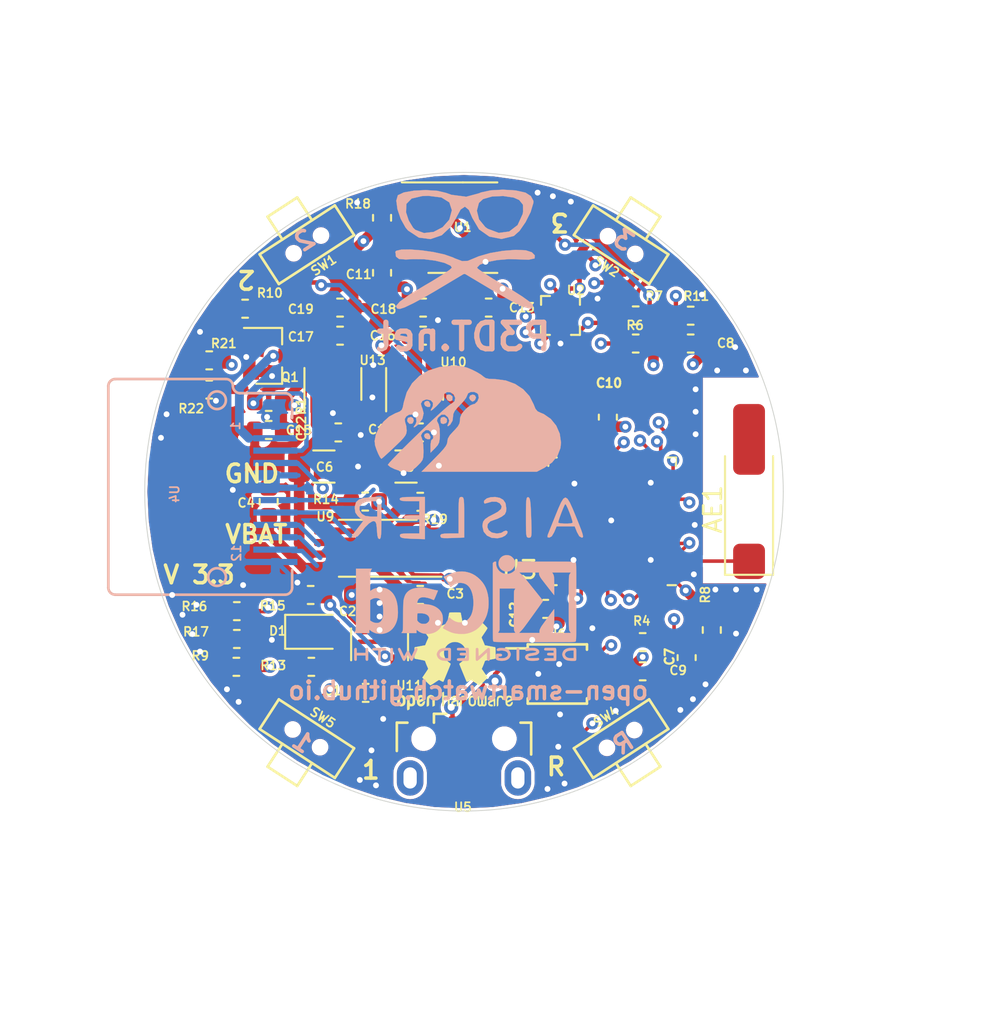
<source format=kicad_pcb>
(kicad_pcb (version 20171130) (host pcbnew "(5.1.9)-1")
  (title_block (title Open-Smartwatch-Light) (date 2021-02-18) (rev 3.3))
  (layers (0 F.Cu power) (1 In1.Cu signal) (2 In2.Cu signal) (31 B.Cu signal) (34 B.Paste user hide) (35 F.Paste user hide) (36 B.SilkS user hide) (37 F.SilkS user) (38 B.Mask user hide) (39 F.Mask user hide) (44 Edge.Cuts user))
  (net 0 "")
  (net 1 /EN)
  (net 2 +3V3)
  (net 3 /FLASH)
  (net 4 GND)
  (net 5 /VBUS)
  (net 6 /VBAT)
  (net 7 "Net-(D1-Pad2)")
  (net 8 "Net-(D1-Pad1)")
  (net 9 /LEDK)
  (net 10 /TX)
  (net 11 /BTN2)
  (net 12 /BTN3)
  (net 13 /RX)
  (net 14 /SCL)
  (net 15 /SDA)
  (net 16 /PIN_LED)
  (net 17 /STAT_PWR)
  (net 18 /MOSI)
  (net 19 /IO34)
  (net 20 /IO35)
  (net 21 "Net-(R1-Pad2)")
  (net 22 "Net-(R4-Pad1)")
  (net 23 "Net-(R14-Pad1)")
  (net 24 "Net-(R15-Pad1)")
  (net 25 /B_MON)
  (net 26 /RTC_INT)
  (net 27 /TFT_DC)
  (net 28 /TFT_CS)
  (net 29 /TFT_RST)
  (net 30 "Net-(U1-Pad4)")
  (net 31 "Net-(U1-Pad1)")
  (net 32 "Net-(U2-Pad4)")
  (net 33 "Net-(U2-Pad11)")
  (net 34 "Net-(U5-Pad2)")
  (net 35 "Net-(U6-Pad4)")
  (net 36 "Net-(U6-Pad5)")
  (net 37 "Net-(U6-Pad6)")
  (net 38 /SCK)
  (net 39 /VCC)
  (net 40 /3V3_2)
  (net 41 "Net-(Q1-Pad1)")
  (net 42 "Net-(U10-Pad4)")
  (net 43 "Net-(U13-Pad4)")
  (net 44 /D_P)
  (net 45 /D_N)
  (net 46 "Net-(AE1-Pad1)")
  (net 47 "Net-(AE1-Pad2)")
  (net 48 "Net-(U3-Pad48)")
  (net 49 "Net-(U3-Pad47)")
  (net 50 "Net-(U3-Pad45)")
  (net 51 "Net-(U3-Pad44)")
  (net 52 "Net-(U3-Pad38)")
  (net 53 "Net-(U3-Pad33)")
  (net 54 "Net-(U3-Pad32)")
  (net 55 "Net-(U3-Pad31)")
  (net 56 "Net-(U3-Pad30)")
  (net 57 "Net-(U3-Pad27)")
  (net 58 "Net-(U3-Pad26)")
  (net 59 "Net-(U3-Pad25)")
  (net 60 "Net-(U3-Pad24)")
  (net 61 "Net-(U3-Pad22)")
  (net 62 "Net-(U3-Pad17)")
  (net 63 "Net-(U3-Pad16)")
  (net 64 "Net-(U3-Pad15)")
  (net 65 "Net-(U3-Pad8)")
  (net 66 "Net-(U3-Pad7)")
  (net 67 "Net-(U3-Pad6)")
  (net 68 "Net-(U3-Pad5)")
  (module Package_DFN_QFN:QFN-48-1EP_7x7mm_P0.5mm_EP5.3x5.3mm (layer F.Cu) (at 84.582 103.2764 180)
    (fp_text reference U3 (at 5.2324 -2.7432) (layer F.SilkS))
    (fp_text value ESP32-PICO-D4)
    (pad 49 smd rect (at 0 0 180) (size 5.3 5.3) (layers F.Cu F.Mask) (net 4 GND))
    (pad 48 smd roundrect (at -2.75 -3.45 180) (size 0.25 0.8) (layers F.Cu F.Paste F.Mask) (net 48 "Net-(U3-Pad48)"))
    (pad 47 smd roundrect (at -2.25 -3.45 180) (size 0.25 0.8) (layers F.Cu F.Paste F.Mask) (net 49 "Net-(U3-Pad47)"))
    (pad 46 smd roundrect (at -1.75 -3.45 180) (size 0.25 0.8) (layers F.Cu F.Paste F.Mask) (net 2 +3V3))
    (pad 45 smd roundrect (at -1.25 -3.45 180) (size 0.25 0.8) (layers F.Cu F.Paste F.Mask) (net 50 "Net-(U3-Pad45)"))
    (pad 44 smd roundrect (at -0.75 -3.45 180) (size 0.25 0.8) (layers F.Cu F.Paste F.Mask) (net 51 "Net-(U3-Pad44)"))
    (pad 43 smd roundrect (at -0.25 -3.45 180) (size 0.25 0.8) (layers F.Cu F.Paste F.Mask) (net 2 +3V3))
    (pad 42 smd roundrect (at 0.25 -3.45 180) (size 0.25 0.8) (layers F.Cu F.Paste F.Mask) (net 15 /SDA))
    (pad 41 smd roundrect (at 0.75 -3.45 180) (size 0.25 0.8) (layers F.Cu F.Paste F.Mask) (net 10 /TX))
    (pad 40 smd roundrect (at 1.25 -3.45 180) (size 0.25 0.8) (layers F.Cu F.Paste F.Mask) (net 13 /RX))
    (pad 39 smd roundrect (at 1.75 -3.45 180) (size 0.25 0.8) (layers F.Cu F.Paste F.Mask) (net 14 /SCL))
    (pad 38 smd roundrect (at 2.25 -3.45 180) (size 0.25 0.8) (layers F.Cu F.Paste F.Mask) (net 52 "Net-(U3-Pad38)"))
    (pad 37 smd roundrect (at 2.75 -3.45 180) (size 0.25 0.8) (layers F.Cu F.Paste F.Mask) (net 2 +3V3))
    (pad 36 smd roundrect (at 3.45 -2.75 180) (size 0.8 0.25) (layers F.Cu F.Paste F.Mask) (net 18 /MOSI))
    (pad 35 smd roundrect (at 3.45 -2.25 180) (size 0.8 0.25) (layers F.Cu F.Paste F.Mask) (net 38 /SCK))
    (pad 34 smd roundrect (at 3.45 -1.75 180) (size 0.8 0.25) (layers F.Cu F.Paste F.Mask) (net 28 /TFT_CS))
    (pad 33 smd roundrect (at 3.45 -1.25 180) (size 0.8 0.25) (layers F.Cu F.Paste F.Mask) (net 53 "Net-(U3-Pad33)"))
    (pad 32 smd roundrect (at 3.45 -0.75 180) (size 0.8 0.25) (layers F.Cu F.Paste F.Mask) (net 54 "Net-(U3-Pad32)"))
    (pad 31 smd roundrect (at 3.45 -0.25 180) (size 0.8 0.25) (layers F.Cu F.Paste F.Mask) (net 55 "Net-(U3-Pad31)"))
    (pad 30 smd roundrect (at 3.45 0.25 180) (size 0.8 0.25) (layers F.Cu F.Paste F.Mask) (net 56 "Net-(U3-Pad30)"))
    (pad 29 smd roundrect (at 3.45 0.75 180) (size 0.8 0.25) (layers F.Cu F.Paste F.Mask) (net 11 /BTN2))
    (pad 28 smd roundrect (at 3.45 1.25 180) (size 0.8 0.25) (layers F.Cu F.Paste F.Mask) (net 16 /PIN_LED))
    (pad 27 smd roundrect (at 3.45 1.75 180) (size 0.8 0.25) (layers F.Cu F.Paste F.Mask) (net 57 "Net-(U3-Pad27)"))
    (pad 26 smd roundrect (at 3.45 2.25 180) (size 0.8 0.25) (layers F.Cu F.Paste F.Mask) (net 58 "Net-(U3-Pad26)"))
    (pad 25 smd roundrect (at 3.45 2.75 180) (size 0.8 0.25) (layers F.Cu F.Paste F.Mask) (net 59 "Net-(U3-Pad25)"))
    (pad 24 smd roundrect (at 2.75 3.45 180) (size 0.25 0.8) (layers F.Cu F.Paste F.Mask) (net 60 "Net-(U3-Pad24)"))
    (pad 23 smd roundrect (at 2.25 3.45 180) (size 0.25 0.8) (layers F.Cu F.Paste F.Mask) (net 3 /FLASH))
    (pad 22 smd roundrect (at 1.75 3.45 180) (size 0.25 0.8) (layers F.Cu F.Paste F.Mask) (net 61 "Net-(U3-Pad22)"))
    (pad 21 smd roundrect (at 1.25 3.45 180) (size 0.25 0.8) (layers F.Cu F.Paste F.Mask) (net 17 /STAT_PWR))
    (pad 20 smd roundrect (at 0.75 3.45 180) (size 0.25 0.8) (layers F.Cu F.Paste F.Mask) (net 12 /BTN3))
    (pad 19 smd roundrect (at 0.25 3.45 180) (size 0.25 0.8) (layers F.Cu F.Paste F.Mask) (net 2 +3V3))
    (pad 18 smd roundrect (at -0.25 3.45 180) (size 0.25 0.8) (layers F.Cu F.Paste F.Mask) (net 27 /TFT_DC))
    (pad 17 smd roundrect (at -0.75 3.45 180) (size 0.25 0.8) (layers F.Cu F.Paste F.Mask) (net 62 "Net-(U3-Pad17)"))
    (pad 16 smd roundrect (at -1.25 3.45 180) (size 0.25 0.8) (layers F.Cu F.Paste F.Mask) (net 63 "Net-(U3-Pad16)"))
    (pad 15 smd roundrect (at -1.75 3.45 180) (size 0.25 0.8) (layers F.Cu F.Paste F.Mask) (net 64 "Net-(U3-Pad15)"))
    (pad 14 smd roundrect (at -2.25 3.45 180) (size 0.25 0.8) (layers F.Cu F.Paste F.Mask) (net 25 /B_MON))
    (pad 13 smd roundrect (at -2.75 3.45 180) (size 0.25 0.8) (layers F.Cu F.Paste F.Mask) (net 29 /TFT_RST))
    (pad 12 smd roundrect (at -3.45 2.75 180) (size 0.8 0.25) (layers F.Cu F.Paste F.Mask) (net 26 /RTC_INT))
    (pad 11 smd roundrect (at -3.45 2.25 180) (size 0.8 0.25) (layers F.Cu F.Paste F.Mask) (net 20 /IO35))
    (pad 10 smd roundrect (at -3.45 1.75 180) (size 0.8 0.25) (layers F.Cu F.Paste F.Mask) (net 19 /IO34))
    (pad 9 smd roundrect (at -3.45 1.25 180) (size 0.8 0.25) (layers F.Cu F.Paste F.Mask) (net 1 /EN))
    (pad 8 smd roundrect (at -3.45 0.75 180) (size 0.8 0.25) (layers F.Cu F.Paste F.Mask) (net 65 "Net-(U3-Pad8)"))
    (pad 7 smd roundrect (at -3.45 0.25 180) (size 0.8 0.25) (layers F.Cu F.Paste F.Mask) (net 66 "Net-(U3-Pad7)"))
    (pad 6 smd roundrect (at -3.45 -0.25 180) (size 0.8 0.25) (layers F.Cu F.Paste F.Mask) (net 67 "Net-(U3-Pad6)"))
    (pad 5 smd roundrect (at -3.45 -0.75 180) (size 0.8 0.25) (layers F.Cu F.Paste F.Mask) (net 68 "Net-(U3-Pad5)"))
    (pad 4 smd roundrect (at -3.45 -1.25 180) (size 0.8 0.25) (layers F.Cu F.Paste F.Mask) (net 2 +3V3))
    (pad 3 smd roundrect (at -3.45 -1.75 180) (size 0.8 0.25) (layers F.Cu F.Paste F.Mask) (net 2 +3V3))
    (pad 2 smd roundrect (at -3.45 -2.25 180) (size 0.8 0.25) (layers F.Cu F.Paste F.Mask) (net 46 "Net-(AE1-Pad1)"))
    (pad 1 smd roundrect (at -3.45 -2.75 180) (size 0.8 0.25) (layers F.Cu F.Paste F.Mask) (net 2 +3V3))
  )
  (module Capacitor_SMD:C_0603_1608Metric (layer F.Cu) (at 80.8228 108.2294 180)
    (fp_text reference C12 (at 1.7526 -0.3302 270) (layer F.SilkS) (effects (font (size 0.5 0.5) (thickness 0.125))))
    (fp_text value 4.7u)
    (pad 2 smd roundrect (at 0.775 0 180) (size 0.9 0.95) (layers F.Cu F.Paste F.Mask) (net 4 GND))
    (pad 1 smd roundrect (at -0.775 0 180) (size 0.9 0.95) (layers F.Cu F.Paste F.Mask) (net 2 +3V3))
  )
  (module Capacitor_SMD:C_0603_1608Metric (layer F.Cu) (at 84.3407 97.3836 90)
    (fp_text reference C10 (at 1.9304 0.0635) (layer F.SilkS) (effects (font (size 0.5 0.5) (thickness 0.125))))
    (fp_text value 4.7u)
    (pad 2 smd roundrect (at 0.775 0 90) (size 0.9 0.95) (layers F.Cu F.Paste F.Mask) (net 4 GND))
    (pad 1 smd roundrect (at -0.775 0 90) (size 0.9 0.95) (layers F.Cu F.Paste F.Mask) (net 2 +3V3))
  )
  (module Capacitor_SMD:C_0603_1608Metric (layer F.Cu) (at 88.7984 110.985 270)
    (fp_text reference C7 (at -0.0508 0.9652 90) (layer F.SilkS) (effects (font (size 0.5 0.5) (thickness 0.125))))
    (fp_text value 0.1u)
    (pad 1 smd roundrect (at -0.775 0 270) (size 0.9 0.95) (layers F.Cu F.Paste F.Mask) (net 1 /EN))
    (pad 2 smd roundrect (at 0.775 0 270) (size 0.9 0.95) (layers F.Cu F.Paste F.Mask) (net 4 GND))
  )
  (module open-Smartwatch:Johanson_2450AT42A100 (layer F.Cu) (at 92.329 102.5906 90)
    (fp_text reference AE1 (at 0 -2.05 90) (layer F.SilkS))
    (fp_text value Antenna_Chip)
    (pad 2 smd roundrect (at 3.95 0 90) (size 4 1.8) (layers F.Cu F.Paste F.Mask) (roundrect_rratio 0.208) (net 47 "Net-(AE1-Pad2)"))
    (pad 1 smd roundrect (at -2.95 0 90) (size 2 1.8) (layers F.Cu F.Paste F.Mask) (roundrect_rratio 0.208) (net 46 "Net-(AE1-Pad1)"))
  )
  (module Connector_PinHeader_2.54mm:PinHeader_1x02_P2.54mm_Vertical (layer F.Cu) (at 60.6425 103.4415 180)
    (fp_text reference J1 hide)
    (fp_text value Conn_01x02)
    (pad 2 smd rect (at 0 3.048 180) (size 3.4 1.7) (layers F.Cu F.Paste F.Mask) (net 4 GND))
    (pad 1 smd rect (at 0 -0.508 180) (size 3.4 1.7) (layers F.Cu F.Paste F.Mask) (net 6 /VBAT))
  )
  (module Resistor_SMD:R_0603_1608Metric (layer F.Cu) (at 65.151 96.52 180)
    (fp_text reference R1 (at -1.8415 -0.254 90) (layer F.SilkS) (effects (font (size 0.5 0.5) (thickness 0.1))))
    (fp_text value 22)
    (pad 2 smd roundrect (at 0.7875 0 180) (size 0.875 0.95) (layers F.Cu F.Paste F.Mask) (net 21 "Net-(R1-Pad2)"))
    (pad 1 smd roundrect (at -0.7875 0 180) (size 0.875 0.95) (layers F.Cu F.Paste F.Mask) (net 40 /3V3_2))
  )
  (module Symbol:OSHW-Logo2_7.3x6mm_SilkScreen (layer F.Cu) (at 75.692 111.1885)
    (fp_text reference REF** hide)
    (fp_text value OSHW-Logo2_7.3x6mm_SilkScreen hide)
  )
  (module footprints:p3dt_tiny (layer B.Cu) (at 76.2254 87.884 180)
    (fp_text reference G*** hide)
    (fp_text value LOGO hide)
  )
  (module footprints:aisler_15x12mm (layer B.Cu) (at 76.2127 99.5172 180)
    (fp_text reference G*** hide)
    (fp_text value LOGO hide)
  )
  (module Symbol:KiCad-Logo2_5mm_SilkScreen (layer B.Cu) (at 76.2762 108.1659 180)
    (fp_text reference REF** hide)
    (fp_text value KiCad-Logo2_5mm_SilkScreen hide)
  )
  (module open-Smartwatch:LGA-12_2x2mm_P0.5mm (layer F.Cu) (at 81.661 91.6305 270)
    (fp_text reference U2 (at -1.4224 -0.8636 180) (layer F.SilkS) (effects (font (size 0.5 0.5) (thickness 0.1))))
    (fp_text value BMA400)
    (pad 2 smd rect (at -0.7625 -0.25 270) (size 0.375 0.35) (layers F.Cu F.Paste F.Mask) (net 15 /SDA) (clearance 0.05))
    (pad 3 smd rect (at -0.7625 0.25 270) (size 0.375 0.35) (layers F.Cu F.Paste F.Mask) (net 2 +3V3) (clearance 0.05))
    (pad 9 smd rect (at 0.7625 -0.25 270) (size 0.375 0.35) (layers F.Cu F.Paste F.Mask) (net 4 GND) (clearance 0.05))
    (pad 8 smd rect (at 0.7625 0.25 270) (size 0.375 0.35) (layers F.Cu F.Paste F.Mask) (net 4 GND) (clearance 0.05))
    (pad 4 smd rect (at -0.7625 0.75 270) (size 0.375 0.35) (layers F.Cu F.Paste F.Mask) (net 32 "Net-(U2-Pad4)") (clearance 0.05))
    (pad 7 smd rect (at 0.7625 0.75 270) (size 0.375 0.35) (layers F.Cu F.Paste F.Mask) (net 2 +3V3) (clearance 0.05))
    (pad 1 smd rect (at -0.7625 -0.75 270) (size 0.375 0.35) (layers F.Cu F.Paste F.Mask) (net 4 GND) (clearance 0.05))
    (pad 10 smd rect (at 0.7625 -0.75 270) (size 0.375 0.35) (layers F.Cu F.Paste F.Mask) (net 2 +3V3) (clearance 0.05))
    (pad 5 smd rect (at -0.25 0.7625) (size 0.375 0.35) (layers F.Cu F.Paste F.Mask) (net 19 /IO34) (clearance 0.05))
    (pad 6 smd rect (at 0.25 0.7625) (size 0.375 0.35) (layers F.Cu F.Paste F.Mask) (net 20 /IO35) (clearance 0.05))
    (pad 11 smd rect (at 0.25 -0.7625) (size 0.375 0.35) (layers F.Cu F.Paste F.Mask) (net 33 "Net-(U2-Pad11)") (clearance 0.05))
    (pad 12 smd rect (at -0.25 -0.7625) (size 0.375 0.35) (layers F.Cu F.Paste F.Mask) (net 14 /SCL) (clearance 0.05))
  )
  (module open-Smartwatch:USBmicro-B (layer F.Cu) (at 76.2 117.6655)
    (fp_text reference U5 (at -0.0635 1.778) (layer F.SilkS) (effects (font (size 0.5 0.5) (thickness 0.1))))
    (fp_text value USB-OTG)
    (pad "" np_thru_hole oval (at 2.286 -2.0955) (size 1 1) (drill oval 1) (layers *.Cu *.Mask))
    (pad "" np_thru_hole oval (at -2.286 -2.0955) (size 1 1) (drill oval 1) (layers *.Cu *.Mask))
    (pad 1 smd rect (at 1.3 -2.675) (size 0.4 1.35) (layers F.Cu F.Paste F.Mask) (net 4 GND))
    (pad 2 smd rect (at 0.65 -2.675) (size 0.4 1.35) (layers F.Cu F.Paste F.Mask) (net 34 "Net-(U5-Pad2)"))
    (pad 3 smd rect (at 0 -2.675) (size 0.4 1.35) (layers F.Cu F.Paste F.Mask) (net 44 /D_P))
    (pad 4 smd rect (at -0.65 -2.675) (size 0.4 1.35) (layers F.Cu F.Paste F.Mask) (net 45 /D_N))
    (pad 5 smd rect (at -1.3 -2.675) (size 0.4 1.35) (layers F.Cu F.Paste F.Mask) (net 5 /VBUS))
    (pad "" thru_hole oval (at 3.048 0.127) (size 1.5 2) (drill oval 0.75 1.2) (layers *.Cu *.Mask F.Paste))
    (pad "" smd rect (at 0 0) (size 2 2) (layers F.Cu F.Paste F.Mask))
    (pad "" thru_hole oval (at -3.048 0.127) (size 1.5 2) (drill oval 0.75 1.2) (layers *.Cu *.Mask F.Paste))
  )
  (module open-Smartwatch:button_side_smd (layer F.Cu) (at 85.09 87.63 57)
    (fp_text reference SW2 (at -1.485834 -0.011679 327) (layer F.SilkS) (effects (font (size 0.5 0.5) (thickness 0.1))))
    (fp_text value SW_Push)
    (pad "" np_thru_hole circle (at 0 0.9525 147) (size 0.55 0.55) (drill 0.55) (layers *.Cu *.Mask))
    (pad "" np_thru_hole circle (at 0 -0.889 57) (size 0.55 0.55) (drill 0.55) (layers *.Cu *.Mask))
    (pad 1 smd rect (at -1.4605 -1.675 57) (size 1.2 0.5) (layers F.Cu F.Paste F.Mask) (net 12 /BTN3))
    (pad 2 smd rect (at -1.4605 1.675 57) (size 1.2 0.5) (layers F.Cu F.Paste F.Mask) (net 2 +3V3))
    (pad "" smd rect (at 0.381 -2.286 57) (size 1.2 1.2) (layers F.Cu F.Paste F.Mask))
    (pad "" smd rect (at 0.381 2.286 57) (size 1.2 1.2) (layers F.Cu F.Paste F.Mask))
  )
  (module open-Smartwatch:button_side_smd (layer F.Cu) (at 67.31 87.63 123)
    (fp_text reference SW1 (at -1.489865 0.169447 213) (layer F.SilkS) (effects (font (size 0.5 0.5) (thickness 0.1))))
    (fp_text value SW_Push)
    (pad "" np_thru_hole circle (at 0 0.9525 213) (size 0.55 0.55) (drill 0.55) (layers *.Cu *.Mask))
    (pad "" np_thru_hole circle (at 0 -0.889 123) (size 0.55 0.55) (drill 0.55) (layers *.Cu *.Mask))
    (pad 1 smd rect (at -1.4605 -1.675 123) (size 1.2 0.5) (layers F.Cu F.Paste F.Mask) (net 11 /BTN2))
    (pad 2 smd rect (at -1.4605 1.675 123) (size 1.2 0.5) (layers F.Cu F.Paste F.Mask) (net 2 +3V3))
    (pad "" smd rect (at 0.381 -2.286 123) (size 1.2 1.2) (layers F.Cu F.Paste F.Mask))
    (pad "" smd rect (at 0.381 2.286 123) (size 1.2 1.2) (layers F.Cu F.Paste F.Mask))
  )
  (module open-Smartwatch:button_side_smd (layer F.Cu) (at 67.31 115.57 237)
    (fp_text reference SW5 (at -1.488168 -0.106091 327) (layer F.SilkS) (effects (font (size 0.5 0.5) (thickness 0.1))))
    (fp_text value SW_Push)
    (pad "" np_thru_hole circle (at 0 0.9525 327) (size 0.55 0.55) (drill 0.55) (layers *.Cu *.Mask))
    (pad "" np_thru_hole circle (at 0 -0.889 237) (size 0.55 0.55) (drill 0.55) (layers *.Cu *.Mask))
    (pad 1 smd rect (at -1.4605 -1.675 237) (size 1.2 0.5) (layers F.Cu F.Paste F.Mask) (net 4 GND))
    (pad 2 smd rect (at -1.4605 1.675 237) (size 1.2 0.5) (layers F.Cu F.Paste F.Mask) (net 3 /FLASH))
    (pad "" smd rect (at 0.381 -2.286 237) (size 1.2 1.2) (layers F.Cu F.Paste F.Mask))
    (pad "" smd rect (at 0.381 2.286 237) (size 1.2 1.2) (layers F.Cu F.Paste F.Mask))
  )
  (module open-Smartwatch:button_side_smd (layer F.Cu) (at 85.09 115.57 303)
    (fp_text reference SW4 (at -1.500326 0.025116 213) (layer F.SilkS) (effects (font (size 0.5 0.5) (thickness 0.1))))
    (fp_text value SW_Push)
    (pad "" np_thru_hole circle (at 0 0.9525 33) (size 0.55 0.55) (drill 0.55) (layers *.Cu *.Mask))
    (pad "" np_thru_hole circle (at 0 -0.889 303) (size 0.55 0.55) (drill 0.55) (layers *.Cu *.Mask))
    (pad 1 smd rect (at -1.4605 -1.675 303) (size 1.2 0.5) (layers F.Cu F.Paste F.Mask) (net 4 GND))
    (pad 2 smd rect (at -1.4605 1.675 303) (size 1.2 0.5) (layers F.Cu F.Paste F.Mask) (net 1 /EN))
    (pad "" smd rect (at 0.381 -2.286 303) (size 1.2 1.2) (layers F.Cu F.Paste F.Mask))
    (pad "" smd rect (at 0.381 2.286 303) (size 1.2 1.2) (layers F.Cu F.Paste F.Mask))
  )
  (module Resistor_SMD:R_0603_1608Metric (layer F.Cu) (at 71.5645 89.2175 270)
    (fp_text reference R18 (at -3.8989 1.36398) (layer F.SilkS) (effects (font (size 0.5 0.5) (thickness 0.1))))
    (fp_text value 2.2K)
    (pad 2 smd roundrect (at 0.7875 0 270) (size 0.875 0.95) (layers F.Cu F.Paste F.Mask) (net 2 +3V3))
    (pad 1 smd roundrect (at -0.7875 0 270) (size 0.875 0.95) (layers F.Cu F.Paste F.Mask) (net 26 /RTC_INT))
  )
  (module Capacitor_SMD:C_0603_1608Metric (layer F.Cu) (at 71.5645 86.106 90)
    (fp_text reference C11 (at -3.2004 -1.31826) (layer F.SilkS) (effects (font (size 0.5 0.5) (thickness 0.1))))
    (fp_text value 0.1u)
    (pad 2 smd roundrect (at 0.7875 0 90) (size 0.875 0.95) (layers F.Cu F.Paste F.Mask) (net 4 GND))
    (pad 1 smd roundrect (at -0.7875 0 90) (size 0.875 0.95) (layers F.Cu F.Paste F.Mask) (net 2 +3V3))
  )
  (module Capacitor_SMD:C_0603_1608Metric (layer F.Cu) (at 65.151 98.1075 180)
    (fp_text reference C22 (at -1.8542 0.0762 90) (layer F.SilkS) (effects (font (size 0.5 0.5) (thickness 0.1))))
    (fp_text value 0.1u)
    (pad 2 smd roundrect (at 0.7875 0 180) (size 0.875 0.95) (layers F.Cu F.Paste F.Mask) (net 4 GND))
    (pad 1 smd roundrect (at -0.7875 0 180) (size 0.875 0.95) (layers F.Cu F.Paste F.Mask) (net 40 /3V3_2))
  )
  (module open-Smartwatch:GC9A01_IPS_display (layer B.Cu) (at 65.278 101.727 270)
    (fp_text reference U4 (at 0 5.45 90) (layer B.SilkS) (effects (font (size 0.5 0.5) (thickness 0.1)) (justify mirror)))
    (fp_text value GC9A01_IPS_display)
    (fp_text user 12 (at 3.35 1.95 90) (layer B.SilkS) (effects (font (size 0.5 0.5) (thickness 0.1)) (justify mirror)))
    (fp_text user 1 (at -3.85 2 90) (layer B.SilkS) (effects (font (size 0.5 0.5) (thickness 0.1)) (justify mirror)))
    (pad 6 smd rect (at -0.35 -0.25 270) (size 0.35 2.5) (layers B.Cu B.Paste B.Mask) (net 4 GND))
    (pad 5 smd rect (at -1.05 -0.25 270) (size 0.35 2.5) (layers B.Cu B.Paste B.Mask) (net 4 GND))
    (pad 4 smd rect (at -1.75 -0.25 270) (size 0.35 2.5) (layers B.Cu B.Paste B.Mask) (net 40 /3V3_2))
    (pad 3 smd rect (at -2.45 -0.25 270) (size 0.35 2.5) (layers B.Cu B.Paste B.Mask) (net 21 "Net-(R1-Pad2)"))
    (pad 2 smd rect (at -3.15 -0.25 270) (size 0.35 2.5) (layers B.Cu B.Paste B.Mask) (net 9 /LEDK))
    (pad 1 smd rect (at -3.85 -0.25 270) (size 0.35 2.5) (layers B.Cu B.Paste B.Mask) (net 4 GND))
    (pad 7 smd rect (at 0.35 -0.25 270) (size 0.35 2.5) (layers B.Cu B.Paste B.Mask) (net 27 /TFT_DC))
    (pad 8 smd rect (at 1.05 -0.25 270) (size 0.35 2.5) (layers B.Cu B.Paste B.Mask) (net 28 /TFT_CS))
    (pad 9 smd rect (at 1.75 -0.25 270) (size 0.35 2.5) (layers B.Cu B.Paste B.Mask) (net 38 /SCK))
    (pad 10 smd rect (at 2.45 -0.25 270) (size 0.35 2.5) (layers B.Cu B.Paste B.Mask) (net 18 /MOSI))
    (pad 11 smd rect (at 3.15 -0.25 270) (size 0.35 2.5) (layers B.Cu B.Paste B.Mask) (net 29 /TFT_RST))
    (pad 12 smd rect (at 3.85 -0.25 270) (size 0.35 2.5) (layers B.Cu B.Paste B.Mask) (net 4 GND))
  )
  (module Package_TO_SOT_SMD:SOT-23-5 (layer F.Cu) (at 68.7832 95.504 90)
    (fp_text reference U13 (at 1.34112 2.24536 180) (layer F.SilkS) (effects (font (size 0.5 0.5) (thickness 0.1))))
    (fp_text value XC6209)
    (pad 5 smd rect (at 1.1 -0.95 90) (size 1.06 0.65) (layers F.Cu F.Paste F.Mask) (net 40 /3V3_2))
    (pad 4 smd rect (at 1.1 0.95 90) (size 1.06 0.65) (layers F.Cu F.Paste F.Mask) (net 43 "Net-(U13-Pad4)"))
    (pad 3 smd rect (at -1.1 0.95 90) (size 1.06 0.65) (layers F.Cu F.Paste F.Mask) (net 39 /VCC))
    (pad 2 smd rect (at -1.1 0 90) (size 1.06 0.65) (layers F.Cu F.Paste F.Mask) (net 4 GND))
    (pad 1 smd rect (at -1.1 -0.95 90) (size 1.06 0.65) (layers F.Cu F.Paste F.Mask) (net 39 /VCC))
  )
  (module Package_TO_SOT_SMD:SOT-23-5 (layer F.Cu) (at 73.406 95.504 90)
    (fp_text reference U10 (at 1.22936 2.1971 180) (layer F.SilkS) (effects (font (size 0.5 0.5) (thickness 0.1))))
    (fp_text value XC6209)
    (pad 5 smd rect (at 1.1 -0.95 90) (size 1.06 0.65) (layers F.Cu F.Paste F.Mask) (net 2 +3V3))
    (pad 4 smd rect (at 1.1 0.95 90) (size 1.06 0.65) (layers F.Cu F.Paste F.Mask) (net 42 "Net-(U10-Pad4)"))
    (pad 3 smd rect (at -1.1 0.95 90) (size 1.06 0.65) (layers F.Cu F.Paste F.Mask) (net 39 /VCC))
    (pad 2 smd rect (at -1.1 0 90) (size 1.06 0.65) (layers F.Cu F.Paste F.Mask) (net 4 GND))
    (pad 1 smd rect (at -1.1 -0.95 90) (size 1.06 0.65) (layers F.Cu F.Paste F.Mask) (net 39 /VCC))
  )
  (module Resistor_SMD:R_0603_1608Metric (layer F.Cu) (at 61.7855 95.8215 180)
    (fp_text reference R22 (at 1.016 -1.0795 180) (layer F.SilkS) (effects (font (size 0.5 0.5) (thickness 0.1))))
    (fp_text value 1M)
    (pad 2 smd roundrect (at 0.7875 0 180) (size 0.875 0.95) (layers F.Cu F.Paste F.Mask) (net 41 "Net-(Q1-Pad1)"))
    (pad 1 smd roundrect (at -0.7875 0 180) (size 0.875 0.95) (layers F.Cu F.Paste F.Mask) (net 4 GND))
  )
  (module Resistor_SMD:R_0603_1608Metric (layer F.Cu) (at 61.7855 94.1705)
    (fp_text reference R21 (at 0.8255 -0.9525 -180) (layer F.SilkS) (effects (font (size 0.5 0.5) (thickness 0.1))))
    (fp_text value 10k)
    (pad 2 smd roundrect (at 0.7875 0) (size 0.875 0.95) (layers F.Cu F.Paste F.Mask) (net 16 /PIN_LED))
    (pad 1 smd roundrect (at -0.7875 0) (size 0.875 0.95) (layers F.Cu F.Paste F.Mask) (net 41 "Net-(Q1-Pad1)"))
  )
  (module Capacitor_SMD:C_0603_1608Metric (layer F.Cu) (at 69.1895 91.186)
    (fp_text reference C19 (at -2.2224 0.0889 180) (layer F.SilkS) (effects (font (size 0.5 0.5) (thickness 0.1))))
    (fp_text value 0.1u)
    (pad 2 smd roundrect (at 0.7875 0) (size 0.875 0.95) (layers F.Cu F.Paste F.Mask) (net 4 GND))
    (pad 1 smd roundrect (at -0.7875 0) (size 0.875 0.95) (layers F.Cu F.Paste F.Mask) (net 40 /3V3_2))
  )
  (module Capacitor_SMD:C_0603_1608Metric (layer F.Cu) (at 73.8886 91.186)
    (fp_text reference C18 (at -2.2479 0.0889) (layer F.SilkS) (effects (font (size 0.5 0.5) (thickness 0.1))))
    (fp_text value 0.1u)
    (pad 2 smd roundrect (at 0.7875 0) (size 0.875 0.95) (layers F.Cu F.Paste F.Mask) (net 4 GND))
    (pad 1 smd roundrect (at -0.7875 0) (size 0.875 0.95) (layers F.Cu F.Paste F.Mask) (net 2 +3V3))
  )
  (module Capacitor_SMD:C_0603_1608Metric (layer F.Cu) (at 69.1895 92.7735)
    (fp_text reference C17 (at -2.2224 0.0635 180) (layer F.SilkS) (effects (font (size 0.5 0.5) (thickness 0.1))))
    (fp_text value 4.7u)
    (pad 2 smd roundrect (at 0.7875 0) (size 0.875 0.95) (layers F.Cu F.Paste F.Mask) (net 4 GND))
    (pad 1 smd roundrect (at -0.7875 0) (size 0.875 0.95) (layers F.Cu F.Paste F.Mask) (net 40 /3V3_2))
  )
  (module Capacitor_SMD:C_0603_1608Metric (layer F.Cu) (at 73.8886 92.7735)
    (fp_text reference C16 (at -2.286 0) (layer F.SilkS) (effects (font (size 0.5 0.5) (thickness 0.1))))
    (fp_text value 4.7u)
    (pad 2 smd roundrect (at 0.7875 0) (size 0.875 0.95) (layers F.Cu F.Paste F.Mask) (net 4 GND))
    (pad 1 smd roundrect (at -0.7875 0) (size 0.875 0.95) (layers F.Cu F.Paste F.Mask) (net 2 +3V3))
  )
  (module Capacitor_SMD:C_0603_1608Metric (layer F.Cu) (at 69.088 98.2472)
    (fp_text reference C15 (at -2.2352 -0.127 180) (layer F.SilkS) (effects (font (size 0.5 0.5) (thickness 0.1))))
    (fp_text value 0.1u)
    (pad 2 smd roundrect (at 0.7875 0) (size 0.875 0.95) (layers F.Cu F.Paste F.Mask) (net 4 GND))
    (pad 1 smd roundrect (at -0.7875 0) (size 0.875 0.95) (layers F.Cu F.Paste F.Mask) (net 39 /VCC))
  )
  (module Capacitor_SMD:C_0603_1608Metric (layer F.Cu) (at 73.7108 98.2472)
    (fp_text reference C14 (at -2.2098 -0.1651) (layer F.SilkS) (effects (font (size 0.5 0.5) (thickness 0.1))))
    (fp_text value 0.1u)
    (pad 2 smd roundrect (at 0.7875 0) (size 0.875 0.95) (layers F.Cu F.Paste F.Mask) (net 4 GND))
    (pad 1 smd roundrect (at -0.7875 0) (size 0.875 0.95) (layers F.Cu F.Paste F.Mask) (net 39 /VCC))
  )
  (module Capacitor_SMD:C_1206_3216Metric (layer F.Cu) (at 68.2752 100.1776)
    (fp_text reference C6 (at 0.0381 0.0254) (layer F.SilkS) (effects (font (size 0.5 0.5) (thickness 0.1))))
    (fp_text value 100u)
    (pad 2 smd roundrect (at 1.4 0) (size 1.25 1.75) (layers F.Cu F.Paste F.Mask) (roundrect_rratio 0.2) (net 4 GND))
    (pad 1 smd roundrect (at -1.4 0) (size 1.25 1.75) (layers F.Cu F.Paste F.Mask) (roundrect_rratio 0.2) (net 39 /VCC))
  )
  (module Capacitor_SMD:C_1206_3216Metric (layer F.Cu) (at 72.9204 100.1776)
    (fp_text reference C5 (at -0.0224 0.0254) (layer F.SilkS) (effects (font (size 0.5 0.5) (thickness 0.1))))
    (fp_text value 100u)
    (pad 2 smd roundrect (at 1.4 0) (size 1.25 1.75) (layers F.Cu F.Paste F.Mask) (roundrect_rratio 0.2) (net 4 GND))
    (pad 1 smd roundrect (at -1.4 0) (size 1.25 1.75) (layers F.Cu F.Paste F.Mask) (roundrect_rratio 0.2) (net 39 /VCC))
  )
  (module open-Smartwatch:TSSOP-8_4.4x3mm_P0.65mm (layer F.Cu) (at 71.3232 104.8004 180)
    (fp_text reference U9 (at 2.96926 1.78816) (layer F.SilkS) (effects (font (size 0.5 0.5) (thickness 0.1))))
    (fp_text value TPS2115A)
    (pad 1 smd roundrect (at -2.8625 -0.975 180) (size 1.475 0.4) (layers F.Cu F.Paste F.Mask) (net 17 /STAT_PWR))
    (pad 2 smd roundrect (at -2.8625 -0.325 180) (size 1.475 0.4) (layers F.Cu F.Paste F.Mask) (net 6 /VBAT))
    (pad 3 smd roundrect (at -2.8625 0.325 180) (size 1.475 0.4) (layers F.Cu F.Paste F.Mask) (net 4 GND))
    (pad 4 smd roundrect (at -2.8625 0.975 180) (size 1.475 0.4) (layers F.Cu F.Paste F.Mask) (net 23 "Net-(R14-Pad1)"))
    (pad 5 smd roundrect (at 2.8625 0.975 180) (size 1.475 0.4) (layers F.Cu F.Paste F.Mask) (net 4 GND))
    (pad 6 smd roundrect (at 2.8625 0.325 180) (size 1.475 0.4) (layers F.Cu F.Paste F.Mask) (net 5 /VBUS))
    (pad 7 smd roundrect (at 2.8625 -0.325 180) (size 1.475 0.4) (layers F.Cu F.Paste F.Mask) (net 39 /VCC))
    (pad 8 smd roundrect (at 2.8625 -0.975 180) (size 1.475 0.4) (layers F.Cu F.Paste F.Mask) (net 6 /VBAT))
  )
  (module Resistor_SMD:R_0603_1608Metric (layer F.Cu) (at 73.7235 102.1715)
    (fp_text reference R19 (at 0.8255 0.9906 180) (layer F.SilkS) (effects (font (size 0.5 0.5) (thickness 0.1))))
    (fp_text value 220k)
    (pad 2 smd roundrect (at 0.7875 0) (size 0.875 0.95) (layers F.Cu F.Paste F.Mask) (net 17 /STAT_PWR))
    (pad 1 smd roundrect (at -0.7875 0) (size 0.875 0.95) (layers F.Cu F.Paste F.Mask) (net 39 /VCC))
  )
  (module Capacitor_SMD:C_0603_1608Metric (layer F.Cu) (at 77.597 91.186 180)
    (fp_text reference C13 (at -1.8772 -0.0015) (layer F.SilkS) (effects (font (size 0.5 0.5) (thickness 0.1))))
    (fp_text value 0.1u)
    (pad 2 smd roundrect (at 0.7875 0 180) (size 0.875 0.95) (layers F.Cu F.Paste F.Mask) (net 4 GND))
    (pad 1 smd roundrect (at -0.7875 0 180) (size 0.875 0.95) (layers F.Cu F.Paste F.Mask) (net 2 +3V3))
  )
  (module Capacitor_SMD:C_0603_1608Metric (layer F.Cu) (at 86.3092 111.76)
    (fp_text reference C9 (at 2.0066 -0.0508) (layer F.SilkS) (effects (font (size 0.5 0.5) (thickness 0.1))))
    (fp_text value 0.1u)
    (pad 2 smd roundrect (at 0.7875 0) (size 0.875 0.95) (layers F.Cu F.Paste F.Mask) (net 4 GND))
    (pad 1 smd roundrect (at -0.7875 0) (size 0.875 0.95) (layers F.Cu F.Paste F.Mask) (net 2 +3V3))
  )
  (module Capacitor_SMD:C_0603_1608Metric (layer F.Cu) (at 89.0269 93.218 180)
    (fp_text reference C8 (at -1.9813 0.02032) (layer F.SilkS) (effects (font (size 0.5 0.5) (thickness 0.1))))
    (fp_text value 0.1u)
    (pad 2 smd roundrect (at 0.7875 0 180) (size 0.875 0.95) (layers F.Cu F.Paste F.Mask) (net 4 GND))
    (pad 1 smd roundrect (at -0.7875 0 180) (size 0.875 0.95) (layers F.Cu F.Paste F.Mask) (net 2 +3V3))
  )
  (module Resistor_SMD:R_0603_1608Metric (layer F.Cu) (at 63.3476 109.9312 180)
    (fp_text reference R17 (at 2.3114 0.4064 180) (layer F.SilkS) (effects (font (size 0.5 0.5) (thickness 0.1))))
    (fp_text value 10k)
    (pad 2 smd roundrect (at 0.7875 0 180) (size 0.875 0.95) (layers F.Cu F.Paste F.Mask) (net 4 GND))
    (pad 1 smd roundrect (at -0.7875 0 180) (size 0.875 0.95) (layers F.Cu F.Paste F.Mask) (net 25 /B_MON))
  )
  (module Resistor_SMD:R_0603_1608Metric (layer F.Cu) (at 63.3476 108.3564)
    (fp_text reference R16 (at -2.4003 -0.2667 180) (layer F.SilkS) (effects (font (size 0.5 0.5) (thickness 0.1))))
    (fp_text value 200k)
    (pad 2 smd roundrect (at 0.7875 0) (size 0.875 0.95) (layers F.Cu F.Paste F.Mask) (net 25 /B_MON))
    (pad 1 smd roundrect (at -0.7875 0) (size 0.875 0.95) (layers F.Cu F.Paste F.Mask) (net 6 /VBAT))
  )
  (module Resistor_SMD:R_0603_1608Metric (layer F.Cu) (at 85.9155 91.6305)
    (fp_text reference R7 (at 1.04404 -1.09728 180) (layer F.SilkS) (effects (font (size 0.5 0.5) (thickness 0.1))))
    (fp_text value 1k)
    (pad 2 smd roundrect (at 0.7875 0) (size 0.875 0.95) (layers F.Cu F.Paste F.Mask) (net 14 /SCL))
    (pad 1 smd roundrect (at -0.7875 0) (size 0.875 0.95) (layers F.Cu F.Paste F.Mask) (net 2 +3V3))
  )
  (module Resistor_SMD:R_0603_1608Metric (layer F.Cu) (at 85.9155 93.218 180)
    (fp_text reference R6 (at 0.03556 1.0287 180) (layer F.SilkS) (effects (font (size 0.5 0.5) (thickness 0.1))))
    (fp_text value 1k)
    (pad 2 smd roundrect (at 0.7875 0 180) (size 0.875 0.95) (layers F.Cu F.Paste F.Mask) (net 15 /SDA))
    (pad 1 smd roundrect (at -0.7875 0 180) (size 0.875 0.95) (layers F.Cu F.Paste F.Mask) (net 2 +3V3))
  )
  (module Package_SO:SOIC-8_3.9x4.9mm_P1.27mm (layer F.Cu) (at 76.1365 86.6648)
    (fp_text reference U1 (at -0.00762 -0.0254 180) (layer F.SilkS) (effects (font (size 0.5 0.5) (thickness 0.1))))
    (fp_text value DS3231MZ)
    (pad 8 smd roundrect (at 2.475 -1.905) (size 1.95 0.6) (layers F.Cu F.Paste F.Mask) (net 14 /SCL))
    (pad 7 smd roundrect (at 2.475 -0.635) (size 1.95 0.6) (layers F.Cu F.Paste F.Mask) (net 15 /SDA))
    (pad 6 smd roundrect (at 2.475 0.635) (size 1.95 0.6) (layers F.Cu F.Paste F.Mask) (net 2 +3V3))
    (pad 5 smd roundrect (at 2.475 1.905) (size 1.95 0.6) (layers F.Cu F.Paste F.Mask) (net 4 GND))
    (pad 4 smd roundrect (at -2.475 1.905) (size 1.95 0.6) (layers F.Cu F.Paste F.Mask) (net 30 "Net-(U1-Pad4)"))
    (pad 3 smd roundrect (at -2.475 0.635) (size 1.95 0.6) (layers F.Cu F.Paste F.Mask) (net 26 /RTC_INT))
    (pad 2 smd roundrect (at -2.475 -0.635) (size 1.95 0.6) (layers F.Cu F.Paste F.Mask) (net 2 +3V3))
    (pad 1 smd roundrect (at -2.475 -1.905) (size 1.95 0.6) (layers F.Cu F.Paste F.Mask) (net 31 "Net-(U1-Pad1)"))
  )
  (module open-Smartwatch:MSOP-10_3x3mm_P0.5mm (layer F.Cu) (at 81.4832 111.9124)
    (fp_text reference U6 (at -0.0254 -2.2606) (layer F.SilkS) (effects (font (size 0.5 0.5) (thickness 0.1))))
    (fp_text value CH340E)
    (pad 1 smd rect (at -2.2 -1) (size 1.4 0.3) (layers F.Cu F.Paste F.Mask) (net 44 /D_P))
    (pad 2 smd rect (at -2.2 -0.5) (size 1.4 0.3) (layers F.Cu F.Paste F.Mask) (net 45 /D_N))
    (pad 3 smd rect (at -2.2 0) (size 1.4 0.3) (layers F.Cu F.Paste F.Mask) (net 4 GND))
    (pad 4 smd rect (at -2.2 0.5) (size 1.4 0.3) (layers F.Cu F.Paste F.Mask) (net 35 "Net-(U6-Pad4)"))
    (pad 5 smd rect (at -2.2 1) (size 1.4 0.3) (layers F.Cu F.Paste F.Mask) (net 36 "Net-(U6-Pad5)"))
    (pad 6 smd rect (at 2.2 1) (size 1.4 0.3) (layers F.Cu F.Paste F.Mask) (net 37 "Net-(U6-Pad6)"))
    (pad 7 smd rect (at 2.2 0.5) (size 1.4 0.3) (layers F.Cu F.Paste F.Mask) (net 2 +3V3))
    (pad 8 smd rect (at 2.2 0) (size 1.4 0.3) (layers F.Cu F.Paste F.Mask) (net 13 /RX))
    (pad 9 smd rect (at 2.2 -0.5) (size 1.4 0.3) (layers F.Cu F.Paste F.Mask) (net 22 "Net-(R4-Pad1)"))
    (pad 10 smd rect (at 2.2 -1) (size 1.4 0.3) (layers F.Cu F.Paste F.Mask) (net 2 +3V3))
  )
  (module open-Smartwatch:SOT-23-5 (layer F.Cu) (at 71.4248 110.236 270)
    (fp_text reference U11 (at 2.32918 -1.68656 180) (layer F.SilkS) (effects (font (size 0.5 0.5) (thickness 0.1))))
    (fp_text value MCP73831T-2ACI_OT hide)
    (pad 1 smd rect (at -1.1 -0.95 270) (size 1.06 0.65) (layers F.Cu F.Paste F.Mask) (net 8 "Net-(D1-Pad1)"))
    (pad 2 smd rect (at -1.1 0 270) (size 1.06 0.65) (layers F.Cu F.Paste F.Mask) (net 4 GND))
    (pad 3 smd rect (at -1.1 0.95 270) (size 1.06 0.65) (layers F.Cu F.Paste F.Mask) (net 6 /VBAT))
    (pad 4 smd rect (at 1.1 0.95 270) (size 1.06 0.65) (layers F.Cu F.Paste F.Mask) (net 5 /VBUS))
    (pad 5 smd rect (at 1.1 -0.95 270) (size 1.06 0.65) (layers F.Cu F.Paste F.Mask) (net 24 "Net-(R15-Pad1)"))
  )
  (module Resistor_SMD:R_0603_1608Metric (layer F.Cu) (at 89.0269 91.6432)
    (fp_text reference R11 (at 0.3176 -1.1049 180) (layer F.SilkS) (effects (font (size 0.5 0.5) (thickness 0.1))))
    (fp_text value 10k)
    (pad 2 smd roundrect (at 0.7875 0) (size 0.875 0.95) (layers F.Cu F.Paste F.Mask) (net 4 GND))
    (pad 1 smd roundrect (at -0.7875 0) (size 0.875 0.95) (layers F.Cu F.Paste F.Mask) (net 12 /BTN3))
  )
  (module Resistor_SMD:R_0603_1608Metric (layer F.Cu) (at 63.8175 91.2495 180)
    (fp_text reference R10 (at -1.397 0.889) (layer F.SilkS) (effects (font (size 0.5 0.5) (thickness 0.1))))
    (fp_text value 10k)
    (pad 2 smd roundrect (at 0.7875 0 180) (size 0.875 0.95) (layers F.Cu F.Paste F.Mask) (net 4 GND))
    (pad 1 smd roundrect (at -0.7875 0 180) (size 0.875 0.95) (layers F.Cu F.Paste F.Mask) (net 11 /BTN2))
  )
  (module Resistor_SMD:R_0603_1608Metric (layer F.Cu) (at 70.612 102.1588 180)
    (fp_text reference R14 (at 2.2225 0.127 180) (layer F.SilkS) (effects (font (size 0.5 0.5) (thickness 0.1))))
    (fp_text value 510R)
    (pad 2 smd roundrect (at 0.7875 0 180) (size 0.875 0.95) (layers F.Cu F.Paste F.Mask) (net 4 GND))
    (pad 1 smd roundrect (at -0.7875 0 180) (size 0.875 0.95) (layers F.Cu F.Paste F.Mask) (net 23 "Net-(R14-Pad1)"))
  )
  (module Resistor_SMD:R_0603_1608Metric (layer F.Cu) (at 86.3092 110.109)
    (fp_text reference R4 (at -0.0508 -1.1938) (layer F.SilkS) (effects (font (size 0.5 0.5) (thickness 0.1))))
    (fp_text value 470R)
    (pad 2 smd roundrect (at 0.7875 0) (size 0.875 0.95) (layers F.Cu F.Paste F.Mask) (net 10 /TX))
    (pad 1 smd roundrect (at -0.7875 0) (size 0.875 0.95) (layers F.Cu F.Paste F.Mask) (net 22 "Net-(R4-Pad1)"))
  )
  (module Resistor_SMD:R_0603_1608Metric (layer F.Cu) (at 67.5259 107.442 180)
    (fp_text reference R15 (at 2.1463 -0.6096 180) (layer F.SilkS) (effects (font (size 0.5 0.5) (thickness 0.1))))
    (fp_text value 5k)
    (pad 2 smd roundrect (at 0.7875 0 180) (size 0.875 0.95) (layers F.Cu F.Paste F.Mask) (net 4 GND))
    (pad 1 smd roundrect (at -0.7875 0 180) (size 0.875 0.95) (layers F.Cu F.Paste F.Mask) (net 24 "Net-(R15-Pad1)"))
  )
  (module Resistor_SMD:R_0603_1608Metric (layer F.Cu) (at 67.564 111.506)
    (fp_text reference R13 (at -2.159 -0.0762) (layer F.SilkS) (effects (font (size 0.5 0.5) (thickness 0.1))))
    (fp_text value 470R)
    (pad 2 smd roundrect (at 0.7875 0) (size 0.875 0.95) (layers F.Cu F.Paste F.Mask) (net 5 /VBUS))
    (pad 1 smd roundrect (at -0.7875 0) (size 0.875 0.95) (layers F.Cu F.Paste F.Mask) (net 7 "Net-(D1-Pad2)"))
  )
  (module Package_TO_SOT_SMD:SOT-23 (layer F.Cu) (at 65.151 93.9165)
    (fp_text reference Q1 (at 1.2065 1.2065 180) (layer F.SilkS) (effects (font (size 0.5 0.5) (thickness 0.1))))
    (fp_text value 2N7002)
    (pad 3 smd rect (at 1 0) (size 0.9 0.8) (layers F.Cu F.Paste F.Mask) (net 9 /LEDK))
    (pad 2 smd rect (at -1 0.95) (size 0.9 0.8) (layers F.Cu F.Paste F.Mask) (net 4 GND))
    (pad 1 smd rect (at -1 -0.95) (size 0.9 0.8) (layers F.Cu F.Paste F.Mask) (net 41 "Net-(Q1-Pad1)"))
  )
  (module LED_SMD:LED_0805_2012Metric (layer F.Cu) (at 67.7672 109.5248)
    (fp_text reference D1 (at -2.1059 -0.0508 180) (layer F.SilkS) (effects (font (size 0.5 0.5) (thickness 0.1))))
    (fp_text value LED_Green)
    (pad 2 smd roundrect (at 0.9375 0) (size 0.975 1.4) (layers F.Cu F.Paste F.Mask) (net 7 "Net-(D1-Pad2)"))
    (pad 1 smd roundrect (at -0.9375 0) (size 0.975 1.4) (layers F.Cu F.Paste F.Mask) (net 8 "Net-(D1-Pad1)"))
  )
  (module Capacitor_SMD:C_0603_1608Metric (layer F.Cu) (at 65.151 102.1715 90)
    (fp_text reference C4 (at -0.0635 -1.27) (layer F.SilkS) (effects (font (size 0.5 0.5) (thickness 0.1))))
    (fp_text value 0.1u)
    (pad 2 smd roundrect (at 0.7875 0 90) (size 0.875 0.95) (layers F.Cu F.Paste F.Mask) (net 4 GND))
    (pad 1 smd roundrect (at -0.7875 0 90) (size 0.875 0.95) (layers F.Cu F.Paste F.Mask) (net 6 /VBAT))
  )
  (module Capacitor_SMD:C_0603_1608Metric (layer F.Cu) (at 73.7234 107.442)
    (fp_text reference C3 (at 1.9813 -0.0635 180) (layer F.SilkS) (effects (font (size 0.5 0.5) (thickness 0.1))))
    (fp_text value 0.1u)
    (pad 2 smd roundrect (at 0.7875 0) (size 0.875 0.95) (layers F.Cu F.Paste F.Mask) (net 4 GND))
    (pad 1 smd roundrect (at -0.7875 0) (size 0.875 0.95) (layers F.Cu F.Paste F.Mask) (net 5 /VBUS))
  )
  (module Capacitor_SMD:C_0603_1608Metric (layer F.Cu) (at 70.6374 107.442)
    (fp_text reference C2 (at -1.02108 0.92202) (layer F.SilkS) (effects (font (size 0.5 0.5) (thickness 0.1))))
    (fp_text value 4.7uF)
    (pad 2 smd roundrect (at 0.7875 0) (size 0.875 0.95) (layers F.Cu F.Paste F.Mask) (net 4 GND))
    (pad 1 smd roundrect (at -0.7875 0) (size 0.875 0.95) (layers F.Cu F.Paste F.Mask) (net 6 /VBAT))
  )
  (module Capacitor_SMD:C_0603_1608Metric (layer F.Cu) (at 70.6373 112.9792)
    (fp_text reference C1 (at -1.8795 -0.127 180) (layer F.SilkS) (effects (font (size 0.5 0.5) (thickness 0.1))))
    (fp_text value 4.7uF)
    (pad 2 smd roundrect (at 0.7875 0) (size 0.875 0.95) (layers F.Cu F.Paste F.Mask) (net 5 /VBUS))
    (pad 1 smd roundrect (at -0.7875 0) (size 0.875 0.95) (layers F.Cu F.Paste F.Mask) (net 4 GND))
  )
  (module Resistor_SMD:R_0603_1608Metric (layer F.Cu) (at 63.3221 111.506 180)
    (fp_text reference R9 (at 2.0446 0.6223 180) (layer F.SilkS) (effects (font (size 0.5 0.5) (thickness 0.1))))
    (fp_text value 10k)
    (pad 2 smd roundrect (at 0.7875 0 180) (size 0.875 0.95) (layers F.Cu F.Paste F.Mask) (net 3 /FLASH))
    (pad 1 smd roundrect (at -0.7875 0 180) (size 0.875 0.95) (layers F.Cu F.Paste F.Mask) (net 2 +3V3))
  )
  (module Resistor_SMD:R_0603_1608Metric (layer F.Cu) (at 90.2208 109.4232 270)
    (fp_text reference R8 (at -1.9939 0.3683 90) (layer F.SilkS) (effects (font (size 0.5 0.5) (thickness 0.1))))
    (fp_text value 10k)
    (pad 2 smd roundrect (at 0.7875 0 270) (size 0.875 0.95) (layers F.Cu F.Paste F.Mask) (net 1 /EN))
    (pad 1 smd roundrect (at -0.7875 0 270) (size 0.875 0.95) (layers F.Cu F.Paste F.Mask) (net 2 +3V3))
  )
  (gr_text 2 (at 63.881 89.5985 180) (layer F.SilkS) (effects (font (size 1 1) (thickness 0.2))))
  (gr_text 3 (at 81.5975 86.36 180) (layer F.SilkS) (effects (font (size 1 1) (thickness 0.2))))
  (gr_text 1 (at 70.9295 117.348) (layer F.SilkS) (effects (font (size 1 1) (thickness 0.2))))
  (gr_text R (at 81.407 117.1575) (layer F.SilkS) (effects (font (size 1 1) (thickness 0.2))))
  (gr_arc (start 76.2 101.6) (end 76.2 119.662597) (angle -90) (layer Edge.Cuts) (width 0.05))
  (gr_arc (start 76.2 101.6) (end 58.137403 101.6) (angle -90) (layer Edge.Cuts) (width 0.05))
  (gr_arc (start 76.2 101.6) (end 76.2 83.537403) (angle -90) (layer Edge.Cuts) (width 0.05))
  (gr_arc (start 76.2 101.6) (end 94.262597 101.6) (angle -90) (layer Edge.Cuts) (width 0.05))
  (gr_text "V 3.3" (at 61.214 106.299) (layer F.SilkS) (effects (font (size 1 1) (thickness 0.2))))
  (gr_text open-smartwatch.github.io (at 76.4413 112.8522) (layer B.SilkS) (effects (font (size 1 1) (thickness 0.2)) (justify mirror)))
  (gr_text P3DT.net (at 76.1746 92.837) (layer B.SilkS) (effects (font (size 1.5 1.5) (thickness 0.3)) (justify mirror)))
  (gr_text 3 (at 85.217 87.376 -33) (layer B.SilkS) (effects (font (size 1 1) (thickness 0.2)) (justify mirror)))
  (gr_text 2 (at 67.183 87.376 33) (layer B.SilkS) (effects (font (size 1 1) (thickness 0.2)) (justify mirror)))
  (gr_text 1 (at 67.056 115.7605 -33) (layer B.SilkS) (effects (font (size 1 1) (thickness 0.2)) (justify mirror)))
  (gr_text R (at 85.217 115.824 33) (layer B.SilkS) (effects (font (size 1 1) (thickness 0.2)) (justify mirror)))
  (gr_text GND (at 64.1985 100.584) (layer F.SilkS) (effects (font (size 1 1) (thickness 0.2))))
  (gr_text VBAT (at 64.4525 104.013) (layer F.SilkS) (effects (font (size 1 1) (thickness 0.2))))
  (segment (start 90.2201 110.21) (end 90.2208 110.2107) (width 0.2) (layer F.Cu) (net 1))
  (segment (start 88.6968 110.21) (end 90.2201 110.21) (width 0.2) (layer F.Cu) (net 1))
  (via (at 83.4644 114.7064) (size 0.6858) (drill 0.3302) (layers F.Cu B.Cu) (net 1))
  (segment (start 82.913408 115.257392) (end 83.4644 114.7064) (width 0.2) (layer F.Cu) (net 1))
  (segment (start 82.889781 115.257392) (end 82.913408 115.257392) (width 0.2) (layer F.Cu) (net 1))
  (via (at 88.0872 108.8136) (size 0.6858) (drill 0.3302) (layers F.Cu B.Cu) (net 1))
  (segment (start 88.0872 109.8804) (end 88.0872 108.8136) (width 0.2) (layer F.Cu) (net 1))
  (segment (start 88.4168 110.21) (end 88.0872 109.8804) (width 0.2) (layer F.Cu) (net 1))
  (segment (start 88.7984 110.21) (end 88.4168 110.21) (width 0.2) (layer F.Cu) (net 1))
  (segment (start 88.7676 102.0264) (end 88.9508 102.2096) (width 0.2) (layer F.Cu) (net 1))
  (segment (start 88.032 102.0264) (end 88.7676 102.0264) (width 0.2) (layer F.Cu) (net 1))
  (via (at 88.9508 102.2096) (size 0.6858) (drill 0.3302) (layers F.Cu B.Cu) (net 1))
  (via (at 82.3976 105.4608) (size 0.6858) (drill 0.3302) (layers F.Cu B.Cu) (net 4))
  (via (at 86.7664 105.4608) (size 0.6858) (drill 0.3302) (layers F.Cu B.Cu) (net 4))
  (via (at 86.7664 101.092) (size 0.6858) (drill 0.3302) (layers F.Cu B.Cu) (net 4))
  (via (at 82.4484 101.1428) (size 0.6858) (drill 0.3302) (layers F.Cu B.Cu) (net 4))
  (via (at 72.9742 90.1446) (size 0.6858) (drill 0.3302) (layers F.Cu B.Cu) (net 2))
  (via (at 71.5264 93.3196) (size 0.6858) (drill 0.3302) (layers F.Cu B.Cu) (net 2))
  (segment (start 72.456 94.2492) (end 71.5264 93.3196) (width 0.6) (layer F.Cu) (net 2))
  (segment (start 72.456 94.404) (end 72.456 94.2492) (width 0.6) (layer F.Cu) (net 2))
  (segment (start 72.0725 92.7735) (end 71.5264 93.3196) (width 0.6) (layer F.Cu) (net 2))
  (segment (start 73.1011 92.7735) (end 72.0725 92.7735) (width 0.6) (layer F.Cu) (net 2))
  (segment (start 72.8346 90.005) (end 72.9742 90.1446) (width 0.6) (layer F.Cu) (net 2))
  (segment (start 71.5645 90.005) (end 72.8346 90.005) (width 0.6) (layer F.Cu) (net 2))
  (segment (start 72.9742 91.0591) (end 73.1011 91.186) (width 0.6) (layer F.Cu) (net 2))
  (segment (start 72.9742 90.1446) (end 72.9742 91.0591) (width 0.6) (layer F.Cu) (net 2))
  (segment (start 73.1011 91.186) (end 73.1011 92.7735) (width 0.6) (layer F.Cu) (net 2))
  (segment (start 73.6615 86.0298) (end 75.311 86.0298) (width 0.6) (layer F.Cu) (net 2))
  (segment (start 76.581 87.2998) (end 78.6115 87.2998) (width 0.6) (layer F.Cu) (net 2))
  (segment (start 75.311 86.0298) (end 75.9714 86.6902) (width 0.6) (layer F.Cu) (net 2))
  (segment (start 75.9714 86.6902) (end 76.581 87.2998) (width 0.6) (layer F.Cu) (net 2))
  (via (at 75.9714 86.6902) (size 0.6858) (drill 0.3302) (layers F.Cu B.Cu) (net 2))
  (via (at 86.9188 94.4372) (size 0.6858) (drill 0.3302) (layers F.Cu B.Cu) (net 2))
  (via (at 81.0768 89.8652) (size 0.6858) (drill 0.3302) (layers F.Cu B.Cu) (net 2))
  (segment (start 81.411 90.1994) (end 81.0768 89.8652) (width 0.2) (layer F.Cu) (net 2))
  (segment (start 81.411 90.868) (end 81.411 90.1994) (width 0.2) (layer F.Cu) (net 2))
  (via (at 78.3844 90.119178) (size 0.6858) (drill 0.3302) (layers F.Cu B.Cu) (net 2))
  (segment (start 78.3845 91.186) (end 78.3845 90.119278) (width 0.2) (layer F.Cu) (net 2))
  (segment (start 78.3844 90.119178) (end 78.3845 90.119278) (width 0.6) (layer F.Cu) (net 2))
  (segment (start 78.3844 91.1859) (end 78.3845 91.186) (width 0.6) (layer F.Cu) (net 2))
  (segment (start 78.3844 90.119178) (end 78.3844 91.1859) (width 0.6) (layer F.Cu) (net 2))
  (segment (start 86.9188 93.4338) (end 86.703 93.218) (width 0.6) (layer F.Cu) (net 2))
  (segment (start 86.9188 94.4372) (end 86.9188 93.4338) (width 0.6) (layer F.Cu) (net 2))
  (segment (start 84.332 98.1673) (end 84.3407 98.1586) (width 0.2) (layer F.Cu) (net 2))
  (segment (start 84.332 99.8264) (end 84.332 98.1673) (width 0.2) (layer F.Cu) (net 2))
  (segment (start 85.5217 111.7347) (end 86.3092 110.9472) (width 0.6) (layer F.Cu) (net 2))
  (via (at 86.3092 110.9472) (size 0.6858) (drill 0.3302) (layers F.Cu B.Cu) (net 2))
  (segment (start 85.5217 111.76) (end 85.5217 111.7347) (width 0.2) (layer F.Cu) (net 2))
  (via (at 65.2272 111.506) (size 0.6858) (drill 0.3302) (layers F.Cu B.Cu) (net 2))
  (segment (start 64.1096 111.506) (end 65.2272 111.506) (width 0.6) (layer F.Cu) (net 2))
  (segment (start 83.6832 112.4124) (end 84.5832 112.4124) (width 0.2) (layer F.Cu) (net 2))
  (segment (start 84.5832 112.4124) (end 85.2356 111.76) (width 0.2) (layer F.Cu) (net 2))
  (segment (start 85.2356 111.76) (end 85.5217 111.76) (width 0.2) (layer F.Cu) (net 2))
  (via (at 88.9508 104.495614) (size 0.6858) (drill 0.3302) (layers F.Cu B.Cu) (net 2))
  (segment (start 88.032 104.5264) (end 88.920014 104.5264) (width 0.2) (layer F.Cu) (net 2))
  (segment (start 88.920014 104.5264) (end 88.9508 104.495614) (width 0.2) (layer F.Cu) (net 2))
  (segment (start 88.950786 104.495614) (end 88.9508 104.495614) (width 0.2) (layer F.Cu) (net 2))
  (segment (start 88.42 105.0264) (end 88.950786 104.495614) (width 0.2) (layer F.Cu) (net 2))
  (segment (start 88.032 105.0264) (end 88.42 105.0264) (width 0.2) (layer F.Cu) (net 2))
  (via (at 88.747601 107.187999) (size 0.6858) (drill 0.3302) (layers F.Cu B.Cu) (net 2))
  (segment (start 88.773099 107.187999) (end 88.747601 107.187999) (width 0.6) (layer F.Cu) (net 2))
  (segment (start 90.2208 108.6357) (end 88.773099 107.187999) (width 0.6) (layer F.Cu) (net 2))
  (segment (start 88.696799 107.187999) (end 88.747601 107.187999) (width 0.2) (layer F.Cu) (net 2))
  (segment (start 88.032 106.5232) (end 88.696799 107.187999) (width 0.2) (layer F.Cu) (net 2))
  (segment (start 88.032 106.0264) (end 88.032 106.5232) (width 0.2) (layer F.Cu) (net 2))
  (via (at 85.5472 107.696004) (size 0.6858) (drill 0.3302) (layers F.Cu B.Cu) (net 2))
  (segment (start 84.3088 110.2868) (end 84.5312 110.2868) (width 0.2) (layer F.Cu) (net 2))
  (segment (start 83.6832 110.9124) (end 84.3088 110.2868) (width 0.2) (layer F.Cu) (net 2))
  (via (at 84.5312 110.2868) (size 0.6858) (drill 0.3302) (layers F.Cu B.Cu) (net 2))
  (via (at 81.4324 109.220002) (size 0.6858) (drill 0.3302) (layers F.Cu B.Cu) (net 2))
  (segment (start 81.5978 109.054602) (end 81.4324 109.220002) (width 0.6) (layer F.Cu) (net 2))
  (segment (start 81.5978 108.2294) (end 81.5978 109.054602) (width 0.6) (layer F.Cu) (net 2))
  (segment (start 81.8388 108.2291) (end 81.8391 108.2294) (width 0.2) (layer F.Cu) (net 2))
  (segment (start 81.8388 106.7332) (end 81.8388 108.2291) (width 0.2) (layer F.Cu) (net 2))
  (segment (start 81.832 106.7264) (end 81.8388 106.7332) (width 0.2) (layer F.Cu) (net 2))
  (segment (start 85.388936 107.696004) (end 85.5472 107.696004) (width 0.2) (layer F.Cu) (net 2))
  (segment (start 84.832 107.139068) (end 85.388936 107.696004) (width 0.2) (layer F.Cu) (net 2))
  (segment (start 84.832 106.7264) (end 84.832 107.139068) (width 0.2) (layer F.Cu) (net 2))
  (segment (start 85.801196 107.696004) (end 85.5472 107.696004) (width 0.2) (layer F.Cu) (net 2))
  (segment (start 86.332 107.1652) (end 85.801196 107.696004) (width 0.2) (layer F.Cu) (net 2))
  (segment (start 86.332 106.7264) (end 86.332 107.1652) (width 0.2) (layer F.Cu) (net 2))
  (segment (start 89.8144 93.726) (end 89.154 94.3864) (width 0.6) (layer F.Cu) (net 2))
  (segment (start 89.8144 93.218) (end 89.8144 93.726) (width 0.6) (layer F.Cu) (net 2))
  (via (at 89.154 94.3864) (size 0.6858) (drill 0.3302) (layers F.Cu B.Cu) (net 2))
  (via (at 80.518 93.218) (size 0.6858) (drill 0.3302) (layers F.Cu B.Cu) (net 2))
  (segment (start 80.911 92.825) (end 80.518 93.218) (width 0.25) (layer F.Cu) (net 2))
  (segment (start 80.911 92.393) (end 80.911 92.825) (width 0.25) (layer F.Cu) (net 2))
  (via (at 83.2104 92.0496) (size 0.6858) (drill 0.3302) (layers F.Cu B.Cu) (net 2))
  (segment (start 82.411 92.393) (end 82.867 92.393) (width 0.25) (layer F.Cu) (net 2))
  (segment (start 82.867 92.393) (end 83.2104 92.0496) (width 0.25) (layer F.Cu) (net 2))
  (segment (start 85.128 91.6305) (end 84.7089 92.0496) (width 0.25) (layer F.Cu) (net 2))
  (segment (start 84.7089 92.0496) (end 83.2104 92.0496) (width 0.25) (layer F.Cu) (net 2))
  (segment (start 84.574518 97.924782) (end 85.332493 97.924782) (width 0.6) (layer F.Cu) (net 2))
  (segment (start 84.3407 98.1586) (end 84.574518 97.924782) (width 0.6) (layer F.Cu) (net 2))
  (via (at 85.332493 97.924782) (size 0.6858) (drill 0.3302) (layers F.Cu B.Cu) (net 2))
  (via (at 70.510384 87.4268) (size 0.6858) (drill 0.3302) (layers F.Cu B.Cu) (net 2))
  (segment (start 71.5645 86.8935) (end 71.043684 86.8935) (width 0.6) (layer F.Cu) (net 2))
  (segment (start 71.043684 86.8935) (end 70.510384 87.4268) (width 0.6) (layer F.Cu) (net 2))
  (segment (start 69.994576 87.942608) (end 70.510384 87.4268) (width 0.6) (layer F.Cu) (net 2))
  (segment (start 69.510219 87.942608) (end 69.994576 87.942608) (width 0.6) (layer F.Cu) (net 2))
  (segment (start 73.025 86.0298) (end 73.6615 86.0298) (width 0.6) (layer F.Cu) (net 2))
  (segment (start 72.1613 86.8935) (end 73.025 86.0298) (width 0.6) (layer F.Cu) (net 2))
  (segment (start 71.5645 86.8935) (end 72.1613 86.8935) (width 0.6) (layer F.Cu) (net 2))
  (via (at 83.5727 89.803038) (size 0.6858) (drill 0.3302) (layers F.Cu B.Cu) (net 2))
  (segment (start 83.608589 89.767149) (end 83.5727 89.803038) (width 0.25) (layer F.Cu) (net 2))
  (segment (start 85.699328 89.767149) (end 83.608589 89.767149) (width 0.25) (layer F.Cu) (net 2))
  (segment (start 62.5346 111.506) (end 62.738 111.506) (width 0.25) (layer F.Cu) (net 3))
  (segment (start 62.738 111.506) (end 64.269501 113.037501) (width 0.25) (layer F.Cu) (net 3))
  (segment (start 64.269501 113.037501) (end 66.305322 113.037501) (width 0.25) (layer F.Cu) (net 3))
  (segment (start 66.305322 113.037501) (end 66.700672 113.432851) (width 0.25) (layer F.Cu) (net 3))
  (segment (start 67.973949 113.432851) (end 68.6308 112.776) (width 0.25) (layer F.Cu) (net 3))
  (segment (start 66.700672 113.432851) (end 67.973949 113.432851) (width 0.25) (layer F.Cu) (net 3))
  (via (at 68.6308 112.776) (size 0.6858) (drill 0.3302) (layers F.Cu B.Cu) (net 3))
  (via (at 71.4248 109.4232) (size 0.6858) (drill 0.3302) (layers F.Cu B.Cu) (net 4))
  (via (at 71.4248 107.1372) (size 0.6858) (drill 0.3302) (layers F.Cu B.Cu) (net 4))
  (via (at 71.4248 107.8992) (size 0.6858) (drill 0.3302) (layers F.Cu B.Cu) (net 4))
  (via (at 71.4248 108.6612) (size 0.6858) (drill 0.3302) (layers F.Cu B.Cu) (net 4))
  (segment (start 71.4248 107.4421) (end 71.4249 107.442) (width 0.6) (layer F.Cu) (net 4))
  (segment (start 71.4248 109.136) (end 71.4248 107.4421) (width 0.6) (layer F.Cu) (net 4))
  (via (at 63.7032 106.8832) (size 0.6858) (drill 0.3302) (layers F.Cu B.Cu) (net 4))
  (segment (start 63.6777 106.8577) (end 63.7032 106.8832) (width 0.25) (layer F.Cu) (net 4))
  (segment (start 63.6777 106.7816) (end 63.6777 106.8577) (width 0.25) (layer F.Cu) (net 4))
  (segment (start 69.8755 98.2472) (end 68.7832 97.1549) (width 0.25) (layer F.Cu) (net 4))
  (via (at 70.358 98.3921) (size 0.6858) (drill 0.3302) (layers F.Cu B.Cu) (net 4))
  (segment (start 70.2131 98.2472) (end 70.358 98.3921) (width 0.25) (layer F.Cu) (net 4))
  (segment (start 69.8755 98.2472) (end 70.2131 98.2472) (width 0.25) (layer F.Cu) (net 4))
  (via (at 70.2056 100.1776) (size 0.6858) (drill 0.3302) (layers F.Cu B.Cu) (net 4))
  (segment (start 69.6752 100.1776) (end 70.2056 100.1776) (width 0.25) (layer F.Cu) (net 4))
  (via (at 74.7776 100.1268) (size 0.6858) (drill 0.3302) (layers F.Cu B.Cu) (net 4))
  (segment (start 74.7268 100.1776) (end 74.7776 100.1268) (width 0.25) (layer F.Cu) (net 4))
  (segment (start 74.3204 100.1776) (end 74.7268 100.1776) (width 0.25) (layer F.Cu) (net 4))
  (via (at 73.4568 97.2312) (size 0.6858) (drill 0.3302) (layers F.Cu B.Cu) (net 4))
  (segment (start 73.406 97.1804) (end 73.4568 97.2312) (width 0.25) (layer F.Cu) (net 4))
  (segment (start 73.406 96.604) (end 73.406 97.1804) (width 0.25) (layer F.Cu) (net 4))
  (via (at 68.7832 97.1549) (size 0.6858) (drill 0.3302) (layers F.Cu B.Cu) (net 4))
  (segment (start 68.7832 96.604) (end 68.7832 97.1549) (width 0.25) (layer F.Cu) (net 4))
  (via (at 74.7268 91.8972) (size 0.6858) (drill 0.3302) (layers F.Cu B.Cu) (net 4))
  (segment (start 74.6761 91.8465) (end 74.7268 91.8972) (width 0.25) (layer F.Cu) (net 4))
  (segment (start 74.6761 91.186) (end 74.6761 91.8465) (width 0.25) (layer F.Cu) (net 4))
  (segment (start 74.6761 91.9479) (end 74.7268 91.8972) (width 0.25) (layer F.Cu) (net 4))
  (segment (start 74.6761 92.7735) (end 74.6761 91.9479) (width 0.25) (layer F.Cu) (net 4))
  (via (at 77.4192 88.5952) (size 0.6858) (drill 0.3302) (layers F.Cu B.Cu) (net 4))
  (segment (start 77.4446 88.5698) (end 77.4192 88.5952) (width 0.25) (layer F.Cu) (net 4))
  (segment (start 78.6115 88.5698) (end 77.4446 88.5698) (width 0.25) (layer F.Cu) (net 4))
  (via (at 84.7852 113.9952) (size 0.6858) (drill 0.3302) (layers F.Cu B.Cu) (net 4))
  (segment (start 85.699328 113.487472) (end 85.2424 113.9444) (width 0.25) (layer F.Cu) (net 4))
  (segment (start 85.699328 113.432851) (end 85.699328 113.487472) (width 0.25) (layer F.Cu) (net 4))
  (segment (start 87.0967 111.76) (end 87.0967 112.035479) (width 0.25) (layer F.Cu) (net 4))
  (segment (start 74.3204 98.4251) (end 74.4983 98.2472) (width 0.25) (layer F.Cu) (net 4))
  (segment (start 74.3204 100.1776) (end 74.3204 98.4251) (width 0.25) (layer F.Cu) (net 4))
  (via (at 74.4983 98.2472) (size 0.6858) (drill 0.3302) (layers F.Cu B.Cu) (net 4))
  (via (at 91.5416 93.4212) (size 0.6858) (drill 0.3302) (layers F.Cu B.Cu) (net 4))
  (via (at 89.662 90.4494) (size 0.6858) (drill 0.3302) (layers F.Cu B.Cu) (net 4))
  (via (at 82.2452 85.1916) (size 0.6858) (drill 0.3302) (layers F.Cu B.Cu) (net 4))
  (via (at 81.2292 84.8868) (size 0.6858) (drill 0.3302) (layers F.Cu B.Cu) (net 4))
  (via (at 80.3656 84.6836) (size 0.6858) (drill 0.3302) (layers F.Cu B.Cu) (net 4))
  (via (at 70.1548 85.2424) (size 0.6858) (drill 0.3302) (layers F.Cu B.Cu) (net 4))
  (via (at 61.2648 92.5576) (size 0.6858) (drill 0.3302) (layers F.Cu B.Cu) (net 4))
  (via (at 59.3725 97.2185) (size 0.6858) (drill 0.3302) (layers F.Cu B.Cu) (net 4))
  (via (at 59.055 98.552) (size 0.6858) (drill 0.3302) (layers F.Cu B.Cu) (net 4))
  (via (at 59.69 107.442) (size 0.6858) (drill 0.3302) (layers F.Cu B.Cu) (net 4))
  (via (at 60.2742 108.5596) (size 0.6858) (drill 0.3302) (layers F.Cu B.Cu) (net 4))
  (via (at 60.833 109.6518) (size 0.6858) (drill 0.3302) (layers F.Cu B.Cu) (net 4))
  (via (at 61.2648 110.6424) (size 0.6858) (drill 0.3302) (layers F.Cu B.Cu) (net 4))
  (via (at 62.7888 112.776) (size 0.6858) (drill 0.3302) (layers F.Cu B.Cu) (net 4))
  (via (at 63.4492 113.4872) (size 0.6858) (drill 0.3302) (layers F.Cu B.Cu) (net 4))
  (via (at 70.3072 117.9068) (size 0.6858) (drill 0.3302) (layers F.Cu B.Cu) (net 4))
  (via (at 71.2216 118.2116) (size 0.6858) (drill 0.3302) (layers F.Cu B.Cu) (net 4))
  (via (at 80.9244 118.4148) (size 0.6858) (drill 0.3302) (layers F.Cu B.Cu) (net 4))
  (via (at 81.8896 118.11) (size 0.6858) (drill 0.3302) (layers F.Cu B.Cu) (net 4))
  (via (at 88.4428 113.9444) (size 0.6858) (drill 0.3302) (layers F.Cu B.Cu) (net 4))
  (via (at 89.154 113.3348) (size 0.6858) (drill 0.3302) (layers F.Cu B.Cu) (net 4))
  (via (at 89.8652 112.4966) (size 0.6858) (drill 0.3302) (layers F.Cu B.Cu) (net 4))
  (via (at 71.0184 96.266) (size 0.6858) (drill 0.3302) (layers F.Cu B.Cu) (net 4))
  (via (at 71.0692 94.4372) (size 0.6858) (drill 0.3302) (layers F.Cu B.Cu) (net 4))
  (via (at 74.7268 109.0168) (size 0.6858) (drill 0.3302) (layers F.Cu B.Cu) (net 4))
  (via (at 76.2508 109.0168) (size 0.6858) (drill 0.3302) (layers F.Cu B.Cu) (net 4))
  (via (at 80.0608 109.982) (size 0.6858) (drill 0.3302) (layers F.Cu B.Cu) (net 4))
  (via (at 81.5848 111.3536) (size 0.6858) (drill 0.3302) (layers F.Cu B.Cu) (net 4))
  (via (at 81.6356 114.1984) (size 0.6858) (drill 0.3302) (layers F.Cu B.Cu) (net 4))
  (via (at 81.534 116.0272) (size 0.6858) (drill 0.3302) (layers F.Cu B.Cu) (net 4))
  (via (at 70.9676 116.2304) (size 0.6858) (drill 0.3302) (layers F.Cu B.Cu) (net 4))
  (via (at 71.628 114.4524) (size 0.6858) (drill 0.3302) (layers F.Cu B.Cu) (net 4))
  (via (at 65.3288 109.982) (size 0.6858) (drill 0.3302) (layers F.Cu B.Cu) (net 4))
  (via (at 61.0616 108.0008) (size 0.6858) (drill 0.3302) (layers F.Cu B.Cu) (net 4))
  (via (at 72.781323 100.548277) (size 0.6858) (drill 0.3302) (layers F.Cu B.Cu) (net 4))
  (segment (start 73.152 100.1776) (end 72.781323 100.548277) (width 0.6) (layer F.Cu) (net 4))
  (segment (start 74.3204 100.1776) (end 73.152 100.1776) (width 0.6) (layer F.Cu) (net 4))
  (segment (start 63.6315 101.4985) (end 63.119 101.4985) (width 0.6) (layer B.Cu) (net 4))
  (segment (start 64.453 100.677) (end 63.6315 101.4985) (width 0.6) (layer B.Cu) (net 4))
  (via (at 63.119 101.4985) (size 0.6858) (drill 0.3302) (layers F.Cu B.Cu) (net 4))
  (segment (start 65.528 100.677) (end 64.453 100.677) (width 0.6) (layer B.Cu) (net 4))
  (segment (start 63.2405 101.377) (end 63.119 101.4985) (width 0.6) (layer B.Cu) (net 4))
  (segment (start 65.528 101.377) (end 63.2405 101.377) (width 0.6) (layer B.Cu) (net 4))
  (segment (start 66.838002 100.677) (end 65.528 100.677) (width 0.25) (layer B.Cu) (net 4))
  (segment (start 73.4568 97.289218) (end 73.4568 97.2312) (width 0.6) (layer F.Cu) (net 4))
  (segment (start 73.830582 97.663) (end 73.4568 97.289218) (width 0.6) (layer F.Cu) (net 4))
  (segment (start 74.3891 97.663) (end 73.830582 97.663) (width 0.6) (layer F.Cu) (net 4))
  (segment (start 74.4983 97.7722) (end 74.3891 97.663) (width 0.6) (layer F.Cu) (net 4))
  (segment (start 74.4983 98.2472) (end 74.4983 97.7722) (width 0.6) (layer F.Cu) (net 4))
  (segment (start 75.181001 97.081799) (end 75.181001 97.4344) (width 0.6) (layer F.Cu) (net 4))
  (segment (start 75.181001 97.564499) (end 74.4983 98.2472) (width 0.3) (layer F.Cu) (net 4))
  (segment (start 75.181001 97.4344) (end 75.181001 97.564499) (width 0.3) (layer F.Cu) (net 4))
  (segment (start 74.782002 97.663) (end 74.3891 97.663) (width 0.3) (layer F.Cu) (net 4))
  (segment (start 75.010602 97.4344) (end 74.782002 97.663) (width 0.3) (layer F.Cu) (net 4))
  (segment (start 74.961001 97.484001) (end 73.709601 97.484001) (width 0.3) (layer F.Cu) (net 4))
  (segment (start 73.709601 97.484001) (end 73.4568 97.2312) (width 0.3) (layer F.Cu) (net 4))
  (segment (start 75.010602 97.4344) (end 74.961001 97.484001) (width 0.3) (layer F.Cu) (net 4))
  (segment (start 75.181001 97.4344) (end 75.010602 97.4344) (width 0.3) (layer F.Cu) (net 4))
  (segment (start 74.08571 104.37541) (end 74.1857 104.4754) (width 0.3) (layer F.Cu) (net 4))
  (segment (start 73.09819 103.43181) (end 73.09819 104.111804) (width 0.3) (layer F.Cu) (net 4))
  (segment (start 73.361796 104.37541) (end 74.08571 104.37541) (width 0.3) (layer F.Cu) (net 4))
  (segment (start 73.09819 104.111804) (end 73.361796 104.37541) (width 0.3) (layer F.Cu) (net 4))
  (segment (start 73.37764 101.144594) (end 73.099406 101.144594) (width 0.3) (layer F.Cu) (net 4))
  (segment (start 72.781323 100.826511) (end 72.781323 100.548277) (width 0.3) (layer F.Cu) (net 4))
  (segment (start 73.099406 101.144594) (end 72.781323 100.826511) (width 0.3) (layer F.Cu) (net 4))
  (segment (start 74.3204 100.1776) (end 74.3204 100.7364) (width 0.3) (layer F.Cu) (net 4))
  (segment (start 73.37764 101.144594) (end 73.585594 101.144594) (width 0.3) (layer F.Cu) (net 4))
  (segment (start 73.585594 101.144594) (end 73.7108 101.2698) (width 0.3) (layer F.Cu) (net 4))
  (segment (start 74.5109 107.442) (end 74.5109 107.3023) (width 0.3) (layer F.Cu) (net 4))
  (segment (start 74.5109 107.3023) (end 74.422 107.2134) (width 0.3) (layer F.Cu) (net 4))
  (segment (start 73.72341 107.20061) (end 73.72341 106.95016) (width 0.3) (layer F.Cu) (net 4))
  (segment (start 73.7362 107.2134) (end 73.72341 107.20061) (width 0.3) (layer F.Cu) (net 4))
  (segment (start 73.72341 106.95016) (end 73.576414 106.803164) (width 0.3) (layer F.Cu) (net 4))
  (segment (start 74.5109 107.442) (end 74.5109 107.3785) (width 0.3) (layer F.Cu) (net 4))
  (segment (start 73.9648 106.8324) (end 73.7108 106.8324) (width 0.3) (layer F.Cu) (net 4))
  (segment (start 74.5109 107.3785) (end 73.9648 106.8324) (width 0.3) (layer F.Cu) (net 4))
  (segment (start 73.7108 106.8324) (end 73.683346 106.804946) (width 0.3) (layer F.Cu) (net 4))
  (segment (start 73.9648 106.8324) (end 73.9648 107.0102) (width 0.3) (layer F.Cu) (net 4))
  (segment (start 73.9648 107.0102) (end 73.7616 107.2134) (width 0.3) (layer F.Cu) (net 4))
  (segment (start 73.7616 107.2134) (end 73.7362 107.2134) (width 0.3) (layer F.Cu) (net 4))
  (segment (start 74.422 107.2134) (end 73.7616 107.2134) (width 0.3) (layer F.Cu) (net 4))
  (via (at 83.7565 90.678) (size 0.6858) (drill 0.3302) (layers F.Cu B.Cu) (net 4))
  (segment (start 83.5665 90.868) (end 83.7565 90.678) (width 0.25) (layer F.Cu) (net 4))
  (segment (start 82.411 90.868) (end 83.5665 90.868) (width 0.25) (layer F.Cu) (net 4))
  (segment (start 88.2394 93.144106) (end 89.740306 91.6432) (width 0.25) (layer F.Cu) (net 4))
  (segment (start 89.740306 91.6432) (end 89.8144 91.6432) (width 0.25) (layer F.Cu) (net 4))
  (segment (start 88.2394 93.218) (end 88.2394 93.144106) (width 0.25) (layer F.Cu) (net 4))
  (via (at 65.3415 95.0595) (size 0.6858) (drill 0.3302) (layers F.Cu B.Cu) (net 4))
  (segment (start 65.1485 94.8665) (end 65.3415 95.0595) (width 0.25) (layer F.Cu) (net 4))
  (segment (start 64.151 94.8665) (end 65.1485 94.8665) (width 0.25) (layer F.Cu) (net 4))
  (via (at 63.881 93.98) (size 0.6858) (drill 0.3302) (layers F.Cu B.Cu) (net 4))
  (segment (start 64.151 94.25) (end 63.881 93.98) (width 0.25) (layer F.Cu) (net 4))
  (segment (start 64.151 94.8665) (end 64.151 94.25) (width 0.25) (layer F.Cu) (net 4))
  (via (at 62.1665 96.4565) (size 0.6858) (drill 0.3302) (layers F.Cu B.Cu) (net 4))
  (segment (start 62.573 96.05) (end 62.1665 96.4565) (width 0.25) (layer F.Cu) (net 4))
  (segment (start 62.573 95.8215) (end 62.573 96.05) (width 0.25) (layer F.Cu) (net 4))
  (via (at 66.774068 106.740292) (size 0.6858) (drill 0.3302) (layers F.Cu B.Cu) (net 4))
  (segment (start 65.610776 105.577) (end 66.774068 106.740292) (width 0.25) (layer B.Cu) (net 4))
  (segment (start 65.528 105.577) (end 65.610776 105.577) (width 0.25) (layer B.Cu) (net 4))
  (segment (start 66.774068 107.406332) (end 66.7384 107.442) (width 0.25) (layer F.Cu) (net 4))
  (segment (start 66.774068 106.740292) (end 66.774068 107.406332) (width 0.25) (layer F.Cu) (net 4))
  (via (at 65.060386 97.373941) (size 0.6858) (drill 0.3302) (layers F.Cu B.Cu) (net 4))
  (segment (start 65.528 97.841555) (end 65.060386 97.373941) (width 0.25) (layer B.Cu) (net 4))
  (segment (start 65.528 97.877) (end 65.528 97.841555) (width 0.25) (layer B.Cu) (net 4))
  (segment (start 65.17599 95.22501) (end 65.3415 95.0595) (width 0.25) (layer F.Cu) (net 4))
  (segment (start 65.17599 97.258337) (end 65.17599 95.22501) (width 0.25) (layer F.Cu) (net 4))
  (segment (start 65.060386 97.373941) (end 65.17599 97.258337) (width 0.25) (layer F.Cu) (net 4))
  (segment (start 73.7108 102.640694) (end 73.7108 101.2698) (width 0.25) (layer F.Cu) (net 4))
  (segment (start 73.09819 103.253304) (end 73.7108 102.640694) (width 0.25) (layer F.Cu) (net 4))
  (segment (start 73.09819 103.43181) (end 73.09819 103.253304) (width 0.25) (layer F.Cu) (net 4))
  (via (at 84.5312 103.2256) (size 0.6858) (drill 0.3302) (layers F.Cu B.Cu) (net 4))
  (via (at 91.5924 109.6264) (size 0.6858) (drill 0.3302) (layers F.Cu B.Cu) (net 4))
  (via (at 89.2556 103.4796) (size 0.6858) (drill 0.3302) (layers F.Cu B.Cu) (net 4))
  (via (at 89.3064 98.3488) (size 0.6858) (drill 0.3302) (layers F.Cu B.Cu) (net 4))
  (via (at 89.3064 95.8088) (size 0.6858) (drill 0.3302) (layers F.Cu B.Cu) (net 4))
  (via (at 90.5256 94.742) (size 0.6858) (drill 0.3302) (layers F.Cu B.Cu) (net 4))
  (via (at 92.1512 94.742) (size 0.6858) (drill 0.3302) (layers F.Cu B.Cu) (net 4))
  (via (at 89.2048 106.2736) (size 0.6858) (drill 0.3302) (layers F.Cu B.Cu) (net 4))
  (via (at 90.424 107.1372) (size 0.6858) (drill 0.3302) (layers F.Cu B.Cu) (net 4))
  (via (at 92.7608 107.1372) (size 0.6858) (drill 0.3302) (layers F.Cu B.Cu) (net 4))
  (via (at 91.5924 107.1372) (size 0.6858) (drill 0.3302) (layers F.Cu B.Cu) (net 4))
  (via (at 89.3064 97.0788) (size 0.6858) (drill 0.3302) (layers F.Cu B.Cu) (net 4))
  (via (at 83.4644 109.3216) (size 0.6858) (drill 0.3302) (layers F.Cu B.Cu) (net 4))
  (segment (start 80.396974 111.9124) (end 80.404251 111.905123) (width 0.25) (layer F.Cu) (net 4))
  (segment (start 79.2832 111.9124) (end 80.396974 111.9124) (width 0.25) (layer F.Cu) (net 4))
  (via (at 80.404251 111.905123) (size 0.6858) (drill 0.3302) (layers F.Cu B.Cu) (net 4))
  (via (at 81.661 93.218) (size 0.6858) (drill 0.3302) (layers F.Cu B.Cu) (net 4))
  (segment (start 81.911 92.393) (end 81.852 92.393) (width 0.25) (layer F.Cu) (net 4))
  (segment (start 81.852 92.781502) (end 81.8515 92.782002) (width 0.25) (layer F.Cu) (net 4))
  (segment (start 81.8515 92.782002) (end 81.8515 93.0275) (width 0.25) (layer F.Cu) (net 4))
  (segment (start 81.852 92.393) (end 81.852 92.781502) (width 0.25) (layer F.Cu) (net 4))
  (segment (start 81.8515 93.0275) (end 81.661 93.218) (width 0.25) (layer F.Cu) (net 4))
  (segment (start 81.411 92.968) (end 81.661 93.218) (width 0.25) (layer F.Cu) (net 4))
  (segment (start 81.411 92.393) (end 81.411 92.968) (width 0.25) (layer F.Cu) (net 4))
  (segment (start 74.849999 114.940499) (end 74.849999 114.9905) (width 0.6) (layer F.Cu) (net 5))
  (segment (start 73.942999 114.033499) (end 74.849999 114.940499) (width 0.6) (layer F.Cu) (net 5))
  (segment (start 73.942999 112.175499) (end 73.942999 114.033499) (width 0.6) (layer F.Cu) (net 5))
  (segment (start 72.838699 112.9792) (end 74.849999 114.9905) (width 0.6) (layer F.Cu) (net 5))
  (segment (start 71.4248 112.9792) (end 72.838699 112.9792) (width 0.6) (layer F.Cu) (net 5))
  (segment (start 70.4748 112.0292) (end 71.4248 112.9792) (width 0.6) (layer F.Cu) (net 5))
  (segment (start 70.4748 111.336) (end 70.4748 112.0292) (width 0.6) (layer F.Cu) (net 5))
  (segment (start 68.5215 111.336) (end 68.3515 111.506) (width 0.6) (layer F.Cu) (net 5))
  (segment (start 70.4748 111.336) (end 68.5215 111.336) (width 0.6) (layer F.Cu) (net 5))
  (segment (start 72.9359 107.442) (end 69.9895 104.4956) (width 0.6) (layer F.Cu) (net 5))
  (segment (start 69.9895 104.4956) (end 69.416946 104.4956) (width 0.6) (layer F.Cu) (net 5))
  (segment (start 69.396746 104.4754) (end 69.416946 104.4956) (width 0.25) (layer F.Cu) (net 5))
  (segment (start 68.4607 104.4754) (end 69.396746 104.4754) (width 0.25) (layer F.Cu) (net 5))
  (segment (start 73.199801 110.982303) (end 73.942999 112.175499) (width 0.6) (layer F.Cu) (net 5))
  (segment (start 73.199801 107.705901) (end 73.199801 110.982303) (width 0.6) (layer F.Cu) (net 5))
  (segment (start 72.9359 107.442) (end 73.199801 107.705901) (width 0.6) (layer F.Cu) (net 5))
  (segment (start 68.70831 105.82541) (end 68.41069 105.82541) (width 0.6) (layer F.Cu) (net 6))
  (segment (start 69.8499 106.967) (end 68.70831 105.82541) (width 0.6) (layer F.Cu) (net 6))
  (segment (start 69.8499 107.442) (end 69.8499 106.967) (width 0.6) (layer F.Cu) (net 6))
  (segment (start 69.8499 108.5111) (end 70.4748 109.136) (width 0.6) (layer F.Cu) (net 6))
  (segment (start 69.8499 107.442) (end 69.8499 108.5111) (width 0.6) (layer F.Cu) (net 6))
  (via (at 75.394514 106.531819) (size 0.6858) (drill 0.3302) (layers F.Cu B.Cu) (net 6))
  (segment (start 75.331994 106.469299) (end 70.822601 106.469299) (width 0.25) (layer B.Cu) (net 6))
  (via (at 69.8499 107.442) (size 0.6858) (drill 0.3302) (layers F.Cu B.Cu) (net 6))
  (segment (start 70.822601 106.469299) (end 69.8499 107.442) (width 0.25) (layer B.Cu) (net 6))
  (segment (start 75.394514 106.531819) (end 75.331994 106.469299) (width 0.25) (layer B.Cu) (net 6))
  (segment (start 73.3552 106.3244) (end 74.8792 106.3498) (width 0.25) (layer F.Cu) (net 6))
  (segment (start 73.12319 106.051448) (end 73.3552 106.3244) (width 0.25) (layer F.Cu) (net 6))
  (segment (start 73.12319 105.45041) (end 73.12319 106.051448) (width 0.25) (layer F.Cu) (net 6))
  (segment (start 73.4482 105.1254) (end 73.12319 105.45041) (width 0.25) (layer F.Cu) (net 6))
  (segment (start 74.1857 105.1254) (end 73.4482 105.1254) (width 0.25) (layer F.Cu) (net 6))
  (segment (start 75.061219 106.531819) (end 74.8792 106.3498) (width 0.3) (layer F.Cu) (net 6))
  (segment (start 75.394514 106.531819) (end 75.061219 106.531819) (width 0.3) (layer F.Cu) (net 6))
  (segment (start 62.5601 107.4673) (end 62.5601 108.3564) (width 0.6) (layer F.Cu) (net 6))
  (segment (start 60.6425 105.5497) (end 62.5601 107.4673) (width 0.6) (layer F.Cu) (net 6))
  (segment (start 60.6425 103.9495) (end 60.6425 105.5497) (width 0.6) (layer F.Cu) (net 6))
  (segment (start 68.41069 105.82541) (end 68.4607 105.82541) (width 0.6) (layer F.Cu) (net 6))
  (segment (start 68.310692 105.925408) (end 68.41069 105.82541) (width 0.6) (layer F.Cu) (net 6))
  (segment (start 65.405 104.179184) (end 67.151224 105.925408) (width 0.6) (layer F.Cu) (net 6))
  (segment (start 67.151224 105.925408) (end 68.310692 105.925408) (width 0.6) (layer F.Cu) (net 6))
  (segment (start 65.175316 103.9495) (end 65.405 104.179184) (width 0.6) (layer F.Cu) (net 6))
  (segment (start 60.6425 103.9495) (end 65.175316 103.9495) (width 0.6) (layer F.Cu) (net 6))
  (segment (start 65.151 103.925184) (end 65.175316 103.9495) (width 0.6) (layer F.Cu) (net 6))
  (segment (start 65.151 102.959) (end 65.151 103.925184) (width 0.6) (layer F.Cu) (net 6))
  (segment (start 66.01719 108.83296) (end 66.01719 110.74669) (width 0.25) (layer F.Cu) (net 7))
  (segment (start 66.01719 110.74669) (end 66.7765 111.506) (width 0.25) (layer F.Cu) (net 7))
  (segment (start 67.67969 108.49979) (end 66.35036 108.49979) (width 0.25) (layer F.Cu) (net 7))
  (segment (start 66.35036 108.49979) (end 66.01719 108.83296) (width 0.25) (layer F.Cu) (net 7))
  (segment (start 68.7047 109.5248) (end 67.67969 108.49979) (width 0.25) (layer F.Cu) (net 7))
  (segment (start 72.3748 109.916) (end 72.3748 109.136) (width 0.25) (layer F.Cu) (net 8))
  (segment (start 72.199699 110.091101) (end 72.3748 109.916) (width 0.25) (layer F.Cu) (net 8))
  (segment (start 70.283508 110.091101) (end 72.199699 110.091101) (width 0.25) (layer F.Cu) (net 8))
  (segment (start 69.824799 110.54981) (end 70.283508 110.091101) (width 0.25) (layer F.Cu) (net 8))
  (segment (start 67.85471 110.54981) (end 69.824799 110.54981) (width 0.25) (layer F.Cu) (net 8))
  (segment (start 66.8297 109.5248) (end 67.85471 110.54981) (width 0.25) (layer F.Cu) (net 8))
  (segment (start 64.028 98.577) (end 64.003 98.552) (width 0.25) (layer B.Cu) (net 9))
  (segment (start 65.528 98.577) (end 64.028 98.577) (width 0.25) (layer B.Cu) (net 9))
  (via (at 65.405 93.9165) (size 0.6858) (drill 0.3302) (layers F.Cu B.Cu) (net 9))
  (segment (start 63.492072 95.735434) (end 65.311006 93.9165) (width 0.5) (layer B.Cu) (net 9))
  (segment (start 63.492072 98.041072) (end 63.492072 95.735434) (width 0.5) (layer B.Cu) (net 9))
  (segment (start 65.311006 93.9165) (end 65.405 93.9165) (width 0.5) (layer B.Cu) (net 9))
  (segment (start 64.028 98.577) (end 63.492072 98.041072) (width 0.5) (layer B.Cu) (net 9))
  (segment (start 65.405 93.9165) (end 66.151 93.9165) (width 0.5) (layer F.Cu) (net 9))
  (segment (start 87.0967 110.1091) (end 87.122 110.1344) (width 0.25) (layer F.Cu) (net 10))
  (segment (start 87.0967 110.109) (end 87.0967 110.1091) (width 0.25) (layer F.Cu) (net 10))
  (segment (start 83.832 107.299296) (end 83.832 106.7264) (width 0.2) (layer F.Cu) (net 10))
  (segment (start 83.832 108.0128) (end 83.832 107.299296) (width 0.2) (layer F.Cu) (net 10))
  (segment (start 85.1408 109.3216) (end 83.832 108.0128) (width 0.2) (layer F.Cu) (net 10))
  (segment (start 86.7843 109.3216) (end 85.1408 109.3216) (width 0.2) (layer F.Cu) (net 10))
  (segment (start 87.0967 109.634) (end 86.7843 109.3216) (width 0.2) (layer F.Cu) (net 10))
  (segment (start 87.0967 110.109) (end 87.0967 109.634) (width 0.2) (layer F.Cu) (net 10))
  (via (at 68.1228 89.916) (size 0.6858) (drill 0.3302) (layers F.Cu B.Cu) (net 11))
  (segment (start 67.973949 89.767149) (end 68.1228 89.916) (width 0.25) (layer F.Cu) (net 11))
  (segment (start 66.700672 89.767149) (end 67.973949 89.767149) (width 0.25) (layer F.Cu) (net 11))
  (segment (start 69.196494 89.916) (end 77.003901 97.723407) (width 0.25) (layer B.Cu) (net 11))
  (segment (start 68.1228 89.916) (end 69.196494 89.916) (width 0.25) (layer B.Cu) (net 11))
  (segment (start 66.087351 89.767149) (end 64.605 91.2495) (width 0.25) (layer F.Cu) (net 11))
  (segment (start 66.700672 89.767149) (end 66.087351 89.767149) (width 0.25) (layer F.Cu) (net 11))
  (via (at 88.1888 90.5256) (size 0.6858) (drill 0.3302) (layers F.Cu B.Cu) (net 12))
  (segment (start 88.1888 91.5926) (end 88.2394 91.6432) (width 0.25) (layer F.Cu) (net 12))
  (segment (start 88.1888 90.5256) (end 88.1888 91.5926) (width 0.25) (layer F.Cu) (net 12))
  (via (at 83.634405 88.795373) (size 0.6858) (drill 0.3302) (layers F.Cu B.Cu) (net 12))
  (segment (start 82.889781 87.942608) (end 83.634405 88.687232) (width 0.25) (layer F.Cu) (net 12))
  (segment (start 83.634405 88.687232) (end 83.634405 88.795373) (width 0.25) (layer F.Cu) (net 12))
  (segment (start 83.289086 106.769314) (end 83.332 106.7264) (width 0.2) (layer F.Cu) (net 13))
  (segment (start 83.289086 107.922114) (end 83.289086 106.769314) (width 0.2) (layer F.Cu) (net 13))
  (segment (start 82.3976 108.8136) (end 83.289086 107.922114) (width 0.2) (layer F.Cu) (net 13))
  (segment (start 82.3976 111.5268) (end 82.3976 108.8136) (width 0.2) (layer F.Cu) (net 13))
  (segment (start 82.7832 111.9124) (end 82.3976 111.5268) (width 0.2) (layer F.Cu) (net 13))
  (segment (start 83.6832 111.9124) (end 82.7832 111.9124) (width 0.2) (layer F.Cu) (net 13))
  (via (at 81.915 87.63) (size 0.6858) (drill 0.3302) (layers F.Cu B.Cu) (net 14))
  (segment (start 79.0448 84.7598) (end 81.915 87.63) (width 0.25) (layer F.Cu) (net 14))
  (segment (start 78.6115 84.7598) (end 79.0448 84.7598) (width 0.25) (layer F.Cu) (net 14))
  (segment (start 85.90299 90.83049) (end 86.703 91.6305) (width 0.25) (layer F.Cu) (net 14))
  (segment (start 84.040444 91.3805) (end 84.590454 90.83049) (width 0.25) (layer F.Cu) (net 14))
  (segment (start 82.4235 91.3805) (end 84.040444 91.3805) (width 0.25) (layer F.Cu) (net 14))
  (segment (start 84.590454 90.83049) (end 85.90299 90.83049) (width 0.25) (layer F.Cu) (net 14))
  (via (at 82.6008 107.6452) (size 0.6858) (drill 0.3302) (layers F.Cu B.Cu) (net 14))
  (segment (start 82.832 107.414) (end 82.6008 107.6452) (width 0.2) (layer F.Cu) (net 14))
  (segment (start 82.832 106.7264) (end 82.832 107.414) (width 0.2) (layer F.Cu) (net 14))
  (segment (start 83.8327 87.63) (end 86.6775 90.4748) (width 0.25) (layer B.Cu) (net 14))
  (segment (start 81.915 87.63) (end 83.8327 87.63) (width 0.25) (layer B.Cu) (net 14))
  (segment (start 86.703 90.5003) (end 86.6775 90.4748) (width 0.25) (layer F.Cu) (net 14))
  (segment (start 86.703 91.6305) (end 86.703 90.5003) (width 0.25) (layer F.Cu) (net 14))
  (via (at 86.6775 90.4748) (size 0.6858) (drill 0.3302) (layers F.Cu B.Cu) (net 14))
  (via (at 82.7405 90.1065) (size 0.6858) (drill 0.3302) (layers F.Cu B.Cu) (net 15))
  (segment (start 82.224998 90.1065) (end 82.7405 90.1065) (width 0.25) (layer F.Cu) (net 15))
  (segment (start 81.910999 90.420499) (end 82.224998 90.1065) (width 0.25) (layer F.Cu) (net 15))
  (segment (start 81.911 90.868) (end 81.910999 90.420499) (width 0.25) (layer F.Cu) (net 15))
  (via (at 83.947 93.218) (size 0.6858) (drill 0.3302) (layers F.Cu B.Cu) (net 15))
  (segment (start 83.947 93.218) (end 85.128 93.218) (width 0.25) (layer F.Cu) (net 15))
  (segment (start 79.148733 86.0298) (end 78.6115 86.0298) (width 0.25) (layer F.Cu) (net 15))
  (segment (start 82.7405 89.621567) (end 79.148733 86.0298) (width 0.25) (layer F.Cu) (net 15))
  (segment (start 82.7405 90.1065) (end 82.7405 89.621567) (width 0.25) (layer F.Cu) (net 15))
  (via (at 84.508218 107.724503) (size 0.6858) (drill 0.3302) (layers F.Cu B.Cu) (net 15))
  (segment (start 84.332 106.7264) (end 84.332 107.548285) (width 0.2) (layer F.Cu) (net 15))
  (segment (start 84.332 107.548285) (end 84.508218 107.724503) (width 0.2) (layer F.Cu) (net 15))
  (segment (start 62.644199 94.099301) (end 62.573 94.1705) (width 0.25) (layer F.Cu) (net 16))
  (segment (start 62.8015 94.1705) (end 63.0555 94.4245) (width 0.25) (layer F.Cu) (net 16))
  (via (at 63.0555 94.4245) (size 0.6858) (drill 0.3302) (layers F.Cu B.Cu) (net 16))
  (segment (start 62.573 94.1705) (end 62.8015 94.1705) (width 0.25) (layer F.Cu) (net 16))
  (segment (start 75.704998 105.156) (end 76.336 105.156) (width 0.25) (layer F.Cu) (net 17))
  (segment (start 75.248999 104.700001) (end 75.704998 105.156) (width 0.25) (layer F.Cu) (net 17))
  (segment (start 75.248999 102.909499) (end 75.248999 104.700001) (width 0.25) (layer F.Cu) (net 17))
  (segment (start 74.4983 102.1588) (end 75.248999 102.909499) (width 0.25) (layer F.Cu) (net 17))
  (segment (start 75.7166 105.7754) (end 74.1857 105.7754) (width 0.25) (layer F.Cu) (net 17))
  (segment (start 76.336 105.156) (end 75.7166 105.7754) (width 0.25) (layer F.Cu) (net 17))
  (segment (start 66.901592 104.177) (end 68.067002 105.34241) (width 0.25) (layer B.Cu) (net 18))
  (segment (start 65.528 104.177) (end 66.901592 104.177) (width 0.25) (layer B.Cu) (net 18))
  (via (at 79.6925 91.694) (size 0.6858) (drill 0.3302) (layers F.Cu B.Cu) (net 19))
  (segment (start 80.006 91.3805) (end 79.6925 91.694) (width 0.25) (layer F.Cu) (net 19))
  (segment (start 80.8985 91.3805) (end 80.006 91.3805) (width 0.25) (layer F.Cu) (net 19))
  (segment (start 88.510366 101.5264) (end 89.13202 100.904747) (width 0.2) (layer F.Cu) (net 19))
  (segment (start 89.13202 100.904747) (end 89.13202 99.19042) (width 0.2) (layer F.Cu) (net 19))
  (segment (start 88.032 101.5264) (end 88.510366 101.5264) (width 0.2) (layer F.Cu) (net 19))
  (segment (start 89.13202 99.19042) (end 88.437584 98.495984) (width 0.2) (layer F.Cu) (net 19))
  (segment (start 79.761697 92.579803) (end 79.6925 92.579803) (width 0.25) (layer F.Cu) (net 20))
  (via (at 79.6925 92.579803) (size 0.6858) (drill 0.3302) (layers F.Cu B.Cu) (net 20))
  (segment (start 80.461 91.8805) (end 79.761697 92.579803) (width 0.25) (layer F.Cu) (net 20))
  (segment (start 80.8985 91.8805) (end 80.461 91.8805) (width 0.25) (layer F.Cu) (net 20))
  (via (at 87.219915 97.678978) (size 0.6858) (drill 0.3302) (layers F.Cu B.Cu) (net 20))
  (segment (start 87.219915 97.844015) (end 87.219915 97.678978) (width 0.2) (layer F.Cu) (net 20))
  (segment (start 88.732009 100.739058) (end 88.732009 99.356109) (width 0.2) (layer F.Cu) (net 20))
  (segment (start 88.444666 101.0264) (end 88.732009 100.739058) (width 0.2) (layer F.Cu) (net 20))
  (segment (start 88.732009 99.356109) (end 87.219915 97.844015) (width 0.2) (layer F.Cu) (net 20))
  (segment (start 88.032 101.0264) (end 88.444666 101.0264) (width 0.2) (layer F.Cu) (net 20))
  (via (at 64.284973 96.598527) (size 0.6858) (drill 0.3302) (layers F.Cu B.Cu) (net 21))
  (segment (start 66.932093 96.042599) (end 64.840901 96.042599) (width 0.25) (layer B.Cu) (net 21))
  (segment (start 67.288012 96.398518) (end 66.932093 96.042599) (width 0.25) (layer B.Cu) (net 21))
  (segment (start 67.288012 99.016988) (end 67.288012 96.398518) (width 0.25) (layer B.Cu) (net 21))
  (segment (start 64.840901 96.042599) (end 64.284973 96.598527) (width 0.25) (layer B.Cu) (net 21))
  (segment (start 67.028 99.277) (end 67.288012 99.016988) (width 0.25) (layer B.Cu) (net 21))
  (segment (start 65.528 99.277) (end 67.028 99.277) (width 0.25) (layer B.Cu) (net 21))
  (segment (start 85.5217 110.4739) (end 85.5217 110.109) (width 0.2) (layer F.Cu) (net 22))
  (segment (start 84.5832 111.4124) (end 85.5217 110.4739) (width 0.2) (layer F.Cu) (net 22))
  (segment (start 83.6832 111.4124) (end 84.5832 111.4124) (width 0.2) (layer F.Cu) (net 22))
  (via (at 71.3995 102.1588) (size 0.6858) (drill 0.3302) (layers F.Cu B.Cu) (net 23))
  (segment (start 72.4663 103.2256) (end 71.3995 102.1588) (width 0.25) (layer B.Cu) (net 23))
  (segment (start 74.4728 103.2002) (end 72.4663 103.2256) (width 0.25) (layer B.Cu) (net 23))
  (segment (start 74.1857 103.5481) (end 74.1857 103.8254) (width 0.25) (layer F.Cu) (net 23))
  (segment (start 74.4728 103.2002) (end 74.1857 103.5481) (width 0.25) (layer F.Cu) (net 23))
  (via (at 74.4728 103.2002) (size 0.6858) (drill 0.3302) (layers F.Cu B.Cu) (net 23))
  (via (at 68.6308 108.0008) (size 0.6858) (drill 0.3302) (layers F.Cu B.Cu) (net 24))
  (segment (start 68.3134 107.6834) (end 68.6308 108.0008) (width 0.25) (layer F.Cu) (net 24))
  (segment (start 68.3134 107.442) (end 68.3134 107.6834) (width 0.25) (layer F.Cu) (net 24))
  (via (at 71.7296 110.9171) (size 0.6858) (drill 0.3302) (layers F.Cu B.Cu) (net 24))
  (segment (start 71.5471 110.9171) (end 71.7296 110.9171) (width 0.25) (layer B.Cu) (net 24))
  (segment (start 68.6308 108.0008) (end 71.5471 110.9171) (width 0.25) (layer B.Cu) (net 24))
  (segment (start 71.9559 110.9171) (end 72.3748 111.336) (width 0.25) (layer F.Cu) (net 24))
  (segment (start 71.7296 110.9171) (end 71.9559 110.9171) (width 0.25) (layer F.Cu) (net 24))
  (via (at 65.1256 108.1532) (size 0.6858) (drill 0.3302) (layers F.Cu B.Cu) (net 25))
  (segment (start 64.1351 108.3564) (end 64.9224 108.3564) (width 0.25) (layer F.Cu) (net 25))
  (segment (start 64.9224 108.3564) (end 65.1256 108.1532) (width 0.25) (layer F.Cu) (net 25))
  (segment (start 64.1351 109.9312) (end 64.1351 108.3564) (width 0.25) (layer F.Cu) (net 25))
  (segment (start 86.832 99.3796) (end 86.1568 98.7044) (width 0.2) (layer F.Cu) (net 25))
  (segment (start 86.832 99.8264) (end 86.832 99.3796) (width 0.2) (layer F.Cu) (net 25))
  (via (at 86.1568 98.7044) (size 0.6858) (drill 0.3302) (layers F.Cu B.Cu) (net 25))
  (segment (start 71.5645 88.4218) (end 71.5645 88.43) (width 0.25) (layer F.Cu) (net 26))
  (segment (start 73.6615 87.2998) (end 72.6865 87.2998) (width 0.25) (layer F.Cu) (net 26))
  (segment (start 72.6865 87.2998) (end 71.5645 88.4218) (width 0.25) (layer F.Cu) (net 26))
  (via (at 88.0364 99.822) (size 0.6858) (drill 0.3302) (layers F.Cu B.Cu) (net 26))
  (segment (start 88.032 100.5264) (end 88.032 99.8264) (width 0.2) (layer F.Cu) (net 26))
  (segment (start 88.032 99.8264) (end 88.0364 99.822) (width 0.2) (layer F.Cu) (net 26))
  (segment (start 70.492806 102.077) (end 65.528 102.077) (width 0.25) (layer B.Cu) (net 27))
  (segment (start 71.078907 101.490899) (end 70.492806 102.077) (width 0.25) (layer B.Cu) (net 27))
  (segment (start 84.832 99.2164) (end 85.2424 98.806) (width 0.2) (layer F.Cu) (net 27))
  (segment (start 84.832 99.8264) (end 84.832 99.2164) (width 0.2) (layer F.Cu) (net 27))
  (via (at 85.2424 98.806) (size 0.6858) (drill 0.3302) (layers F.Cu B.Cu) (net 27))
  (segment (start 65.528 102.777) (end 68.4596 102.777) (width 0.25) (layer B.Cu) (net 28))
  (segment (start 68.4596 102.777) (end 69.7718 104.0892) (width 0.25) (layer B.Cu) (net 28))
  (segment (start 65.528 104.877) (end 66.4214 104.877) (width 0.25) (layer B.Cu) (net 29))
  (segment (start 66.4972 104.9528) (end 67.040982 104.9528) (width 0.25) (layer B.Cu) (net 29))
  (segment (start 66.4214 104.877) (end 66.4972 104.9528) (width 0.25) (layer B.Cu) (net 29))
  (segment (start 67.040982 104.9528) (end 67.880602 105.79242) (width 0.25) (layer B.Cu) (net 29))
  (segment (start 87.332 98.9652) (end 87.122 98.7552) (width 0.2) (layer F.Cu) (net 29))
  (segment (start 87.332 99.8264) (end 87.332 98.9652) (width 0.2) (layer F.Cu) (net 29))
  (via (at 87.122 98.7552) (size 0.6858) (drill 0.3302) (layers F.Cu B.Cu) (net 29))
  (segment (start 66.838002 103.477) (end 65.528 103.477) (width 0.25) (layer B.Cu) (net 38))
  (segment (start 67.978412 104.61741) (end 66.838002 103.477) (width 0.25) (layer B.Cu) (net 38))
  (segment (start 67.4624 105.1052) (end 67.504454 105.1052) (width 0.6) (layer F.Cu) (net 39))
  (segment (start 66.8752 104.518) (end 67.4624 105.1052) (width 0.6) (layer F.Cu) (net 39))
  (segment (start 67.504454 105.1052) (end 67.524654 105.1254) (width 0.6) (layer F.Cu) (net 39))
  (segment (start 71.5204 100.7559) (end 72.9233 102.1588) (width 0.6) (layer F.Cu) (net 39))
  (segment (start 71.5204 100.1776) (end 71.5204 100.7559) (width 0.6) (layer F.Cu) (net 39))
  (segment (start 69.322946 103.1016) (end 66.8752 103.1016) (width 0.6) (layer F.Cu) (net 39))
  (segment (start 71.908973 103.173127) (end 69.394473 103.173127) (width 0.6) (layer F.Cu) (net 39))
  (segment (start 72.9233 102.1588) (end 71.908973 103.173127) (width 0.6) (layer F.Cu) (net 39))
  (segment (start 66.8752 103.1016) (end 66.8752 104.518) (width 0.6) (layer F.Cu) (net 39))
  (segment (start 69.394473 103.173127) (end 69.322946 103.1016) (width 0.6) (layer F.Cu) (net 39))
  (segment (start 66.8752 100.1776) (end 66.8752 103.1016) (width 0.6) (layer F.Cu) (net 39))
  (segment (start 66.8752 99.6725) (end 68.3005 98.2472) (width 0.6) (layer F.Cu) (net 39))
  (segment (start 66.8752 100.1776) (end 66.8752 99.6725) (width 0.6) (layer F.Cu) (net 39))
  (segment (start 67.8332 97.7799) (end 67.8332 96.604) (width 0.6) (layer F.Cu) (net 39))
  (segment (start 68.3005 98.2472) (end 67.8332 97.7799) (width 0.6) (layer F.Cu) (net 39))
  (segment (start 71.5204 99.6501) (end 72.9233 98.2472) (width 0.6) (layer F.Cu) (net 39))
  (segment (start 71.5204 100.1776) (end 71.5204 99.6501) (width 0.6) (layer F.Cu) (net 39))
  (segment (start 72.456 97.7799) (end 72.456 96.604) (width 0.6) (layer F.Cu) (net 39))
  (segment (start 72.9233 98.2472) (end 72.456 97.7799) (width 0.6) (layer F.Cu) (net 39))
  (segment (start 72.456 95.824) (end 72.456 96.604) (width 0.25) (layer F.Cu) (net 39))
  (segment (start 72.531001 95.748999) (end 72.456 95.824) (width 0.25) (layer F.Cu) (net 39))
  (segment (start 73.991001 95.748999) (end 72.531001 95.748999) (width 0.25) (layer F.Cu) (net 39))
  (segment (start 74.356 96.113998) (end 73.991001 95.748999) (width 0.25) (layer F.Cu) (net 39))
  (segment (start 74.356 96.604) (end 74.356 96.113998) (width 0.25) (layer F.Cu) (net 39))
  (segment (start 67.599654 105.2004) (end 67.504454 105.1052) (width 0.25) (layer F.Cu) (net 39))
  (segment (start 68.4594 105.2004) (end 67.599654 105.2004) (width 0.25) (layer F.Cu) (net 39))
  (segment (start 68.4607 105.1991) (end 68.4594 105.2004) (width 0.25) (layer F.Cu) (net 39))
  (segment (start 68.4607 105.1254) (end 68.4607 105.1991) (width 0.25) (layer F.Cu) (net 39))
  (segment (start 67.8332 96.604) (end 67.8332 95.8698) (width 0.25) (layer F.Cu) (net 39))
  (segment (start 67.954001 95.748999) (end 69.269499 95.748999) (width 0.25) (layer F.Cu) (net 39))
  (segment (start 67.8332 95.8698) (end 67.954001 95.748999) (width 0.25) (layer F.Cu) (net 39))
  (segment (start 69.7332 96.2127) (end 69.7332 96.604) (width 0.25) (layer F.Cu) (net 39))
  (segment (start 69.269499 95.748999) (end 69.7332 96.2127) (width 0.25) (layer F.Cu) (net 39))
  (segment (start 67.8332 93.3423) (end 68.402 92.7735) (width 0.6) (layer F.Cu) (net 40))
  (segment (start 67.8332 94.404) (end 67.8332 93.3423) (width 0.6) (layer F.Cu) (net 40))
  (segment (start 68.402 92.7735) (end 68.402 91.186) (width 0.6) (layer F.Cu) (net 40))
  (segment (start 68.402 91.186) (end 68.2497 91.186) (width 0.6) (layer F.Cu) (net 40))
  (segment (start 67.8332 94.6253) (end 65.9385 96.52) (width 0.5) (layer F.Cu) (net 40))
  (segment (start 67.8332 94.404) (end 67.8332 94.6253) (width 0.5) (layer F.Cu) (net 40))
  (segment (start 65.9385 96.52) (end 65.9385 98.1075) (width 0.5) (layer F.Cu) (net 40))
  (via (at 68.21291 101.402887) (size 0.6858) (drill 0.3302) (layers F.Cu B.Cu) (net 40))
  (segment (start 66.787023 99.977) (end 68.21291 101.402887) (width 0.25) (layer B.Cu) (net 40))
  (segment (start 65.528 99.977) (end 66.787023 99.977) (width 0.25) (layer B.Cu) (net 40))
  (via (at 66.6115 96.7105) (size 0.6858) (drill 0.3302) (layers F.Cu B.Cu) (net 40))
  (segment (start 66.129 96.7105) (end 65.9385 96.52) (width 0.6) (layer F.Cu) (net 40))
  (segment (start 66.6115 96.7105) (end 66.129 96.7105) (width 0.6) (layer F.Cu) (net 40))
  (segment (start 61.942999 93.225501) (end 60.998 94.1705) (width 0.25) (layer F.Cu) (net 41))
  (segment (start 63.891999 93.225501) (end 61.942999 93.225501) (width 0.25) (layer F.Cu) (net 41))
  (segment (start 64.151 92.9665) (end 63.891999 93.225501) (width 0.25) (layer F.Cu) (net 41))
  (segment (start 60.998 94.1705) (end 60.998 95.8215) (width 0.25) (layer F.Cu) (net 41))
  (segment (start 76.2 113.0456) (end 76.2 114.9905) (width 0.25) (layer F.Cu) (net 44))
  (segment (start 78.3332 110.9124) (end 76.2 113.0456) (width 0.25) (layer F.Cu) (net 44))
  (segment (start 79.2832 110.9124) (end 78.3332 110.9124) (width 0.25) (layer F.Cu) (net 44))
  (via (at 75.475 113.792) (size 0.8) (drill 0.4) (layers F.Cu B.Cu) (net 45))
  (segment (start 75.55 113.867) (end 75.475 113.792) (width 0.25) (layer F.Cu) (net 45))
  (segment (start 75.55 114.9905) (end 75.55 113.867) (width 0.25) (layer F.Cu) (net 45))
  (via (at 77.958703 112.312203) (size 0.8) (drill 0.4) (layers F.Cu B.Cu) (net 45))
  (segment (start 76.954797 112.312203) (end 77.958703 112.312203) (width 0.25) (layer B.Cu) (net 45))
  (segment (start 75.475 113.792) (end 76.954797 112.312203) (width 0.25) (layer B.Cu) (net 45))
  (segment (start 77.958703 112.312203) (end 77.958703 111.923307) (width 0.25) (layer F.Cu) (net 45))
  (segment (start 78.46961 111.4124) (end 79.2832 111.4124) (width 0.25) (layer F.Cu) (net 45))
  (segment (start 77.958703 111.923307) (end 78.46961 111.4124) (width 0.25) (layer F.Cu) (net 45))
  (segment (start 92.3148 105.5264) (end 92.329 105.5406) (width 0.2) (layer F.Cu) (net 46))
  (segment (start 88.032 105.5264) (end 92.3148 105.5264) (width 0.2) (layer F.Cu) (net 46))
  (zone (net 0) (net_name "") (layers F.Cu In1.Cu In2.Cu B.Cu) (connect_pads (clearance 0.508)) (min_thickness 0.254)
    (keepout (tracks not_allowed) (vias not_allowed) (copperpour not_allowed))
    (fill (arc_segments 32) (thermal_gap 0.508) (thermal_bridge_width 0.508))
    (polygon (pts (xy 94.742 95.142872) (xy 94.742 105.156) (xy 89.7128 105.156) (xy 89.7128 95.142872)))
  )
  (zone (net 4) (net_name GND) (layer B.Cu) (connect_pads (clearance 0.127)) (min_thickness 0.1) (fill yes (arc_segments 32) (thermal_gap 0.508) (thermal_bridge_width 0.508))
    (polygon (pts (xy 102.780589 129.286) (xy 49.948589 129.159) (xy 49.948589 73.787) (xy 102.780589 73.787)))
  )
  (zone (net 4) (net_name GND) (layer F.Cu) (connect_pads (clearance 0.127)) (min_thickness 0.1) (fill yes (arc_segments 32) (thermal_gap 0.508) (thermal_bridge_width 0.508))
    (polygon (pts (xy 105.918 131.710819) (xy 53.086 131.583819) (xy 53.086 76.211819) (xy 105.918 76.211819)))
  )
  (zone (net 4) (net_name GND) (layer F.Cu) (connect_pads yes (clearance 0.127)) (min_thickness 0.1) (fill yes (arc_segments 32) (thermal_gap 0.508) (thermal_bridge_width 0.508))
    (polygon (pts (xy 71.7804 109.1184) (xy 71.0184 109.1184) (xy 71.0184 107.0864) (xy 71.7804 107.0864)))
  )
  (zone (net 0) (net_name "") (layer F.Cu) (connect_pads (clearance 0.508)) (min_thickness 0.254)
    (keepout (tracks allowed) (vias not_allowed) (copperpour not_allowed))
    (fill (arc_segments 32) (thermal_gap 0.508) (thermal_bridge_width 0.508))
    (polygon (pts (xy 94.742 105.150472) (xy 94.742 106.7816) (xy 89.7128 106.7816) (xy 89.7128 105.150472)))
  )
  (zone (net 0) (net_name "") (layers In1.Cu In2.Cu B.Cu) (connect_pads (clearance 0.508)) (min_thickness 0.254)
    (keepout (tracks not_allowed) (vias not_allowed) (copperpour not_allowed))
    (fill (arc_segments 32) (thermal_gap 0.508) (thermal_bridge_width 0.508))
    (polygon (pts (xy 94.742 105.150472) (xy 94.742 106.5784) (xy 89.7128 106.5784) (xy 89.7128 105.150472)))
  )
  (zone (net 0) (net_name "") (layers In1.Cu In2.Cu B.Cu) (connect_pads (clearance 0.508)) (min_thickness 0.254)
    (keepout (tracks not_allowed) (vias not_allowed) (copperpour not_allowed))
    (fill (arc_segments 32) (thermal_gap 0.508) (thermal_bridge_width 0.508))
    (polygon (pts (xy 94.741561 105.1687) (xy 94.741561 106.799828) (xy 89.712361 106.799828) (xy 89.712361 105.1687)))
  )
)
</source>
